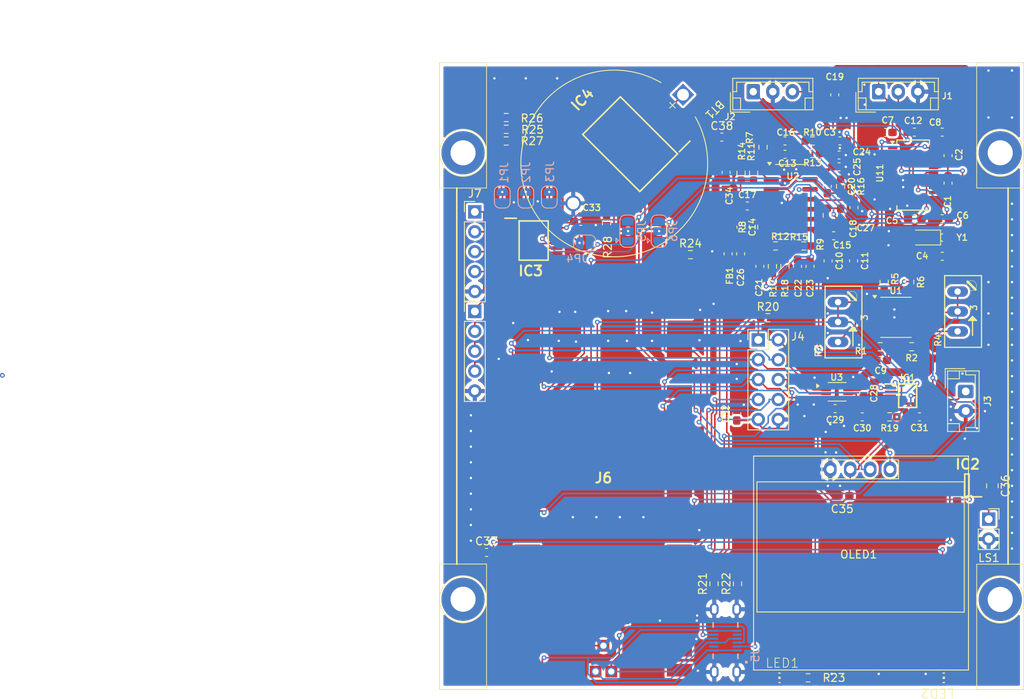
<source format=kicad_pcb>
(kicad_pcb (version 20240108) (generator "pcbnew") (generator_version "8.0")
  (title_block (title "PCSK225 PICO2 SDR receiver") (date "2025-02-01") (company "KJK Innovations"))
  (layers (0 "F.Cu" signal) (31 "B.Cu" signal) (34 "B.Paste" user) (35 "F.Paste" user) (36 "B.SilkS" user "B.Silkscreen") (37 "F.SilkS" user "F.Silkscreen") (38 "B.Mask" user) (39 "F.Mask" user) (44 "Edge.Cuts" user))
  (net 0 "")
  (net 1 "GND")
  (net 2 "VDD")
  (net 3 "RST")
  (net 4 "SPI-MOSI")
  (net 5 "SPI-SCK")
  (net 6 "+3V3")
  (net 7 "/RF_frontend/OUT-B")
  (net 8 "Net-(IC2-Y)")
  (net 9 "Net-(C36-Pad2)")
  (net 10 "VREF")
  (net 11 "/RF_frontend/OUT-A")
  (net 12 "SCL0")
  (net 13 "SPI-RST")
  (net 14 "SDA0")
  (net 15 "/L5")
  (net 16 "/L6")
  (net 17 "/L7")
  (net 18 "ROUT")
  (net 19 "Net-(J1-Pin_2)")
  (net 20 "Net-(U1A-+)")
  (net 21 "Net-(C10-Pad2)")
  (net 22 "RF-SIG")
  (net 23 "Net-(C11-Pad2)")
  (net 24 "Net-(C13-Pad2)")
  (net 25 "Net-(C13-Pad1)")
  (net 26 "Net-(C14-Pad1)")
  (net 27 "Net-(C14-Pad2)")
  (net 28 "Net-(C15-Pad1)")
  (net 29 "RF-FILT")
  (net 30 "Net-(U2A--)")
  (net 31 "Net-(U2B--)")
  (net 32 "Net-(U2C--)")
  (net 33 "Net-(U2D--)")
  (net 34 "Net-(U2A-+)")
  (net 35 "Net-(U2D-+)")
  (net 36 "3V3")
  (net 37 "Net-(U3-AINP)")
  (net 38 "Net-(IC1-D)")
  (net 39 "Net-(IC1-S4)")
  (net 40 "Net-(U1A--)")
  (net 41 "Net-(U1B--)")
  (net 42 "Net-(U11-DBYP)")
  (net 43 "Net-(U11-LOUT)")
  (net 44 "Net-(J2-Pin_3)")
  (net 45 "Net-(U11-GPO3)")
  (net 46 "Net-(U11-ROUT)")
  (net 47 "Net-(U11-AMI)")
  (net 54 "/L4")
  (net 55 "MA0")
  (net 56 "MA1")
  (net 57 "BUZZ")
  (net 59 "SPI-MISO")
  (net 60 "Net-(IC3-A1)")
  (net 61 "SPI-BL")
  (net 62 "SPI-CS")
  (net 63 "/L0")
  (net 64 "/L1")
  (net 65 "SPI-CS2")
  (net 66 "/L3")
  (net 67 "Net-(IC3-~{WC})")
  (net 68 "Net-(IC3-A0)")
  (net 69 "SPI-DC")
  (net 70 "Net-(IC3-A2)")
  (net 71 "/L2")
  (net 72 "VSUB")
  (net 73 "/D_N")
  (net 74 "Net-(J5-CC2)")
  (net 75 "Net-(J5-CC1)")
  (net 76 "/D_P")
  (net 80 "Net-(U11-RCLK)")
  (net 81 "RX2")
  (net 82 "TX2")
  (net 84 "1KHZ")
  (net 86 "TX1")
  (net 88 "SCL1")
  (net 89 "SDA1")
  (net 90 "1PPS")
  (net 92 "Net-(J6-GP15)")
  (net 94 "VCC")
  (net 95 "RX1")
  (net 97 "Net-(LED1-PadA)")
  (net 98 "Net-(LED2-PadA)")
  (net 99 "Net-(BT1-+)")
  (net 100 "/RTC/32kHz")
  (net 102 "/RTC/INT{slash}")
  (net 106 "/RTC/RST")
  (net 109 "/RTC/SCL")
  (net 111 "/RTC/SDA")
  (footprint "Resistor_SMD:R_0603_1608Metric_Pad0.98x0.95mm_HandSolder" (layer "F.Cu") (at 221.5 153.5 180)
    (property "Reference" "R23")
    (property "Value" "910R")
  )
  (footprint "Resistor_SMD:R_0603_1608Metric_Pad0.98x0.95mm_HandSolder" (layer "F.Cu") (at 234.7 111.25 180)
    (property "Reference" "R2")
    (property "Value" "470k")
  )
  (footprint "Resistor_SMD:R_0603_1608Metric_Pad0.98x0.95mm_HandSolder" (layer "F.Cu") (at 212.5 141.5 90)
    (property "Reference" "R22")
    (property "Value" "5k1")
  )
  (footprint "Capacitor_SMD:C_0603_1608Metric_Pad1.08x0.95mm_HandSolder" (layer "F.Cu") (at 235.05 83.865 180)
    (property "Reference" "C12")
    (property "Value" "1uF")
  )
  (footprint "Resistor_SMD:R_0603_1608Metric_Pad0.98x0.95mm_HandSolder" (layer "F.Cu") (at 230.7 111.25 180)
    (property "Reference" "R1")
    (property "Value" "470k")
  )
  (footprint "Resistor_SMD:R_0603_1608Metric_Pad0.98x0.95mm_HandSolder" (layer "F.Cu") (at 217.35 98.39)
    (property "Reference" "R12")
    (property "Value" "1k1")
  )
  (footprint "jkk_mcu:PICO" (layer "F.Cu") (at 195.4 128.4 180)
    (property "Reference" "J6")
    (property "Value" "PICO" (hide yes))
  )
  (footprint "Capacitor_SMD:C_0603_1608Metric_Pad1.08x0.95mm_HandSolder" (layer "F.Cu") (at 215.35 100.99 90)
    (property "Reference" "C21")
    (property "Value" "1nF")
  )
  (footprint "Connector_PinHeader_2.54mm:PinHeader_2x05_P2.54mm_Vertical" (layer "F.Cu") (at 215.15 110.37)
    (property "Reference" "J4")
    (property "Value" "Conn_02x05_Odd_Even")
  )
  (footprint "Capacitor_SMD:C_0603_1608Metric_Pad1.08x0.95mm_HandSolder" (layer "F.Cu") (at 238.6 94.915 180)
    (property "Reference" "C6")
    (property "Value" "22pF")
  )
  (footprint "Capacitor_SMD:C_0603_1608Metric_Pad1.08x0.95mm_HandSolder" (layer "F.Cu") (at 192.5 95.25)
    (property "Reference" "C33")
    (property "Value" "100nF")
  )
  (footprint "Resistor_SMD:R_0603_1608Metric_Pad0.98x0.95mm_HandSolder" (layer "F.Cu") (at 183 82)
    (property "Reference" "R26")
    (property "Value" "10k")
  )
  (footprint "Resistor_SMD:R_0603_1608Metric_Pad0.98x0.95mm_HandSolder" (layer "F.Cu") (at 220.95 98.39 180)
    (property "Reference" "R15")
    (property "Value" "120R")
  )
  (footprint "Resistor_SMD:R_0603_1608Metric_Pad0.98x0.95mm_HandSolder" (layer "F.Cu") (at 195.8 95.45 90)
    (property "Reference" "R28")
    (property "Value" "10k")
  )
  (footprint "Capacitor_SMD:C_0603_1608Metric_Pad1.08x0.95mm_HandSolder" (layer "F.Cu") (at 230.7 113 180)
    (property "Reference" "C9")
    (property "Value" "1uF")
  )
  (footprint "Package_SO:SOIC-8_3.9x4.9mm_P1.27mm" (layer "F.Cu") (at 232.7 107.5)
    (property "Reference" "U1")
    (property "Value" "TLV9062xD")
  )
  (footprint "Resistor_SMD:R_0603_1608Metric_Pad0.98x0.95mm_HandSolder" (layer "F.Cu") (at 214.55 89.09 -90)
    (property "Reference" "R11")
    (property "Value" "470R")
  )
  (footprint "Capacitor_SMD:C_0603_1608Metric_Pad1.08x0.95mm_HandSolder" (layer "F.Cu") (at 218.55 86.69)
    (property "Reference" "C13")
    (property "Value" "1nF")
  )
  (footprint "Capacitor_SMD:C_0603_1608Metric_Pad1.08x0.95mm_HandSolder" (layer "F.Cu") (at 211.05 88.99 90)
    (property "Reference" "C34")
    (property "Value" "100nF")
  )
  (footprint "odb225:RJ9W" (layer "F.Cu") (at 241.2 106.75 90)
    (property "Reference" "R4")
    (property "Value" "200k")
  )
  (footprint "Resistor_SMD:R_0603_1608Metric_Pad0.98x0.95mm_HandSolder" (layer "F.Cu") (at 216.375 107.545 180)
    (property "Reference" "R20")
    (property "Value" "10k")
  )
  (footprint "odb225:CHIP-LED0805" (layer "F.Cu") (at 218 153.5 90)
    (property "Reference" "LED1")
    (property "Value" "LEDCHIPLED_0805")
  )
  (footprint "Capacitor_SMD:C_0603_1608Metric_Pad1.08x0.95mm_HandSolder" (layer "F.Cu") (at 239.35 86.865 90)
    (property "Reference" "C2")
    (property "Value" "22nF")
  )
  (footprint "Capacitor_SMD:C_0603_1608Metric_Pad1.08x0.95mm_HandSolder" (layer "F.Cu") (at 235.7 120.2)
    (property "Reference" "C31")
    (property "Value" "100nF")
  )
  (footprint "Capacitor_SMD:C_0603_1608Metric_Pad1.08x0.95mm_HandSolder" (layer "F.Cu") (at 211.3 99.4 -90)
    (property "Reference" "FB1")
    (property "Value" "600R")
  )
  (footprint "Resistor_SMD:R_0603_1608Metric_Pad0.98x0.95mm_HandSolder" (layer "F.Cu") (at 216.95 100.99 90)
    (property "Reference" "R17")
    (property "Value" "10k")
  )
  (footprint "Capacitor_SMD:C_0603_1608Metric_Pad1.08x0.95mm_HandSolder" (layer "F.Cu") (at 218.55 84.99 180)
    (property "Reference" "C16")
    (property "Value" "1nF")
  )
  (footprint "Resistor_SMD:R_0603_1608Metric_Pad0.98x0.95mm_HandSolder" (layer "F.Cu") (at 231.9 120.2 180)
    (property "Reference" "R19")
    (property "Value" "33R")
  )
  (footprint "Capacitor_SMD:C_0603_1608Metric_Pad1.08x0.95mm_HandSolder" (layer "F.Cu") (at 212.95 95.99 -90)
    (property "Reference" "C14")
    (property "Value" "1nF")
  )
  (footprint "Capacitor_SMD:C_0805_2012Metric_Pad1.18x1.45mm_HandSolder" (layer "F.Cu") (at 245 129 -90)
    (property "Reference" "C36")
    (property "Value" "10uF/6V")
  )
  (footprint "Resistor_SMD:R_0603_1608Metric_Pad0.98x0.95mm_HandSolder" (layer "F.Cu") (at 212.95 89.09 -90)
    (property "Reference" "R14")
    (property "Value" "68R")
  )
  (footprint "Resistor_SMD:R_0603_1608Metric_Pad0.98x0.95mm_HandSolder" (layer "F.Cu") (at 225.65 90.79 -90)
    (property "Reference" "R16")
    (property "Value" "5k1")
  )
  (footprint "Samacsys:PMB-1" (layer "F.Cu") (at 246 86.5 90)
    (property "Reference" "PMB2" (hide yes))
    (property "Value" "~")
  )
  (footprint "odb225:RJ9W" (layer "F.Cu") (at 225.95 108.1 90)
    (property "Reference" "R3")
    (property "Value" "200k")
  )
  (footprint "Capacitor_SMD:C_0603_1608Metric_Pad1.08x0.95mm_HandSolder" (layer "F.Cu") (at 225.45 86.79 180)
    (property "Reference" "C24")
    (property "Value" "10uF")
  )
  (footprint "Capacitor_SMD:C_0603_1608Metric_Pad1.08x0.95mm_HandSolder" (layer "F.Cu") (at 225.65 94.49 90)
    (property "Reference" "C18")
    (property "Value" "1nF")
  )
  (footprint "Capacitor_SMD:C_0603_1608Metric_Pad1.08x0.95mm_HandSolder" (layer "F.Cu") (at 225.45 88.29 180)
    (property "Reference" "C25")
    (property "Value" "100nF")
  )
  (footprint "Samacsys:PMB-1" (layer "F.Cu") (at 246.0028 143.499 -90)
    (property "Reference" "PMB4" (hide yes))
    (property "Value" "~")
  )
  (footprint "Package_SO:SOIC-14_3.9x8.7mm_P1.27mm" (layer "F.Cu") (at 219.275 92.43)
    (property "Reference" "U2")
    (property "Value" "TLV9064")
  )
  (footprint "jkk_display:128x64OLED" (layer "F.Cu") (at 227.95 137.5)
    (property "Reference" "OLED1")
    (property "Value" "SSD1306")
  )
  (footprint "Samacsys:PMB-1" (layer "F.Cu") (at 177.499 143.4736 -90)
    (property "Reference" "PMB3" (hide yes))
    (property "Value" "~")
  )
  (footprint "Resistor_SMD:R_0603_1608Metric_Pad0.98x0.95mm_HandSolder" (layer "F.Cu") (at 214.55 95.99 90)
    (property "Reference" "R8")
    (property "Value" "5k1")
  )
  (footprint "odb225:SOT95P275X110-5N" (layer "F.Cu") (at 241.75 128.95 180)
    (property "Reference" "IC2")
    (property "Value" "74LVC1G34GV,125" (hide yes))
  )
  (footprint "Samacsys:SOP65P640X110-16N" (layer "F.Cu") (at 186.5 97.7)
    (property "Reference" "IC3")
    (property "Value" "PCA9500PW,118" (hide yes))
  )
  (footprint "Capacitor_SMD:C_0603_1608Metric_Pad1.08x0.95mm_HandSolder" (layer "F.Cu") (at 221.75 100.99 90)
    (property "Reference" "C23")
    (property "Value" "100nF")
  )
  (footprint "Capacitor_SMD:C_0603_1608Metric_Pad1.08x0.95mm_HandSolder" (layer "F.Cu") (at 225.55 84.99 180)
    (property "Reference" "C3")
    (property "Value" "1uF")
  )
  (footprint "Capacitor_SMD:C_0603_1608Metric_Pad1.08x0.95mm_HandSolder" (layer "F.Cu") (at 227.3 100.29 -90)
    (property "Reference" "C11")
    (property "Value" "1uF")
  )
  (footprint "Capacitor_SMD:C_0603_1608Metric_Pad1.08x0.95mm_HandSolder" (layer "F.Cu") (at 224.95 119.15 180)
    (property "Reference" "C29")
    (property "Value" "10uF")
  )
  (footprint "Capacitor_SMD:C_0603_1608Metric_Pad1.08x0.95mm_HandSolder" (layer "F.Cu") (at 231.4 83.9)
    (property "Reference" "C7")
    (property "Value" "100nF")
  )
  (footprint "Resistor_SMD:R_0603_1608Metric_Pad0.98x0.95mm_HandSolder" (layer "F.Cu") (at 231.2 103 -90)
    (property "Reference" "R5")
    (property "Value" "18k")
  )
  (footprint "Capacitor_SMD:C_0603_1608Metric_Pad1.08x0.95mm_HandSolder" (layer "F.Cu") (at 238.6 83.865)
    (property "Reference" "C8")
    (property "Value" "1uF")
  )
  (footprint "Resistor_SMD:R_0603_1608Metric_Pad0.98x0.95mm_HandSolder" (layer "F.Cu") (at 222.05 86.59 180)
    (property "Reference" "R13")
    (property "Value" "330R")
  )
  (footprint "Resistor_SMD:R_0603_1608Metric_Pad0.98x0.95mm_HandSolder" (layer "F.Cu") (at 234.45 103 -90)
    (property "Reference" "R6")
    (property "Value" "18k")
  )
  (footprint "Connector_JST:JST_EH_B3B-EH-A_1x03_P2.50mm_Vertical" (layer "F.Cu") (at 230.5 78.7)
    (property "Reference" "J1")
    (property "Value" "ANT1")
  )
  (footprint "Capacitor_SMD:C_0603_1608Metric_Pad1.08x0.95mm_HandSolder" (layer "F.Cu") (at 180.5 137.5)
    (property "Reference" "C37")
    (property "Value" "100nF")
  )
  (footprint "Samacsys:SOIC127P1032X265-16N" (layer "F.Cu") (at 198.8 85.4 -135)
    (property "Reference" "IC4")
    (property "Value" "DS3231SN#" (hide yes))
  )
  (footprint "Package_SO:SSOP-24_3.9x8.7mm_P0.635mm" (layer "F.Cu") (at 234.9 89.3425)
    (property "Reference" "U11")
    (property "Value" "Si4537-D60")
  )
  (footprint "Resistor_SMD:R_0603_1608Metric_Pad0.98x0.95mm_HandSolder" (layer "F.Cu") (at 183 85)
    (property "Reference" "R27")
    (property "Value" "10k")
  )
  (footprint "Capacitor_SMD:C_0603_1608Metric_Pad1.08x0.95mm_HandSolder" (layer "F.Cu") (at 228.6 117.1 90)
    (property "Reference" "C28")
    (property "Value" "10uF")
  )
  (footprint "Resistor_SMD:R_0603_1608Metric_Pad0.98x0.95mm_HandSolder" (layer "F.Cu") (at 206.5 99.5)
    (property "Reference" "R24")
    (property "Value" "910R")
  )
  (footprint "Connector_PinHeader_2.54mm:PinHeader_1x05_P2.54mm_Vertical" (layer "F.Cu") (at 179 94.04)
    (property "Reference" "J7")
    (property "Value" "Conn_01x05")
  )
  (footprint "Resistor_SMD:R_0603_1608Metric_Pad0.98x0.95mm_HandSolder" (layer "F.Cu") (at 218.55 100.99 -90)
    (property "Reference" "R18")
    (property "Value" "10k")
  )
  (footprint "Capacitor_SMD:C_0603_1608Metric_Pad1.08x0.95mm_HandSolder" (layer "F.Cu") (at 210.5 84.5)
    (property "Reference" "C38")
    (property "Value" "100nF")
  )
  (footprint "Connector_PinHeader_2.54mm:PinHeader_1x05_P2.54mm_Vertical" (layer "F.Cu") (at 179 106.74)
    (property "Reference" "Connector_PinHeader_2.54mm:PinHeader_1x05_P2.54mm_Vertical1" (hide yes))
    (property "Value" "Conn_01x05")
  )
  (footprint "Battery:BatteryHolder_MYOUNG_BS-07-A1BJ001_CR2032" (layer "F.Cu") (at 205.5507 79.0907 -135)
    (property "Reference" "BT1")
    (property "Value" "Battery_Cell")
  )
  (footprint "Capacitor_SMD:C_0603_1608Metric_Pad1.08x0.95mm_HandSolder" (layer "F.Cu") (at 235.1 94.915 180)
    (property "Reference" "C5")
    (property "Value" "1uF")
  )
  (footprint "Resistor_SMD:R_0603_1608Metric_Pad0.98x0.95mm_HandSolder" (layer "F.Cu") (at 215.75 85.79 90)
    (property "Reference" "R7")
    (property "Value" "3k")
  )
  (footprint "Resistor_SMD:R_0603_1608Metric_Pad0.98x0.95mm_HandSolder" (layer "F.Cu") (at 183 83.5)
    (property "Reference" "R25")
    (property "Value" "10k")
  )
  (footprint "Capacitor_SMD:C_0603_1608Metric_Pad1.08x0.95mm_HandSolder" (layer "F.Cu") (at 223.95 90.79 -90)
    (property "Reference" "C20")
    (property "Value" "100nF")
  )
  (footprint "Capacitor_SMD:C_0603_1608Metric_Pad1.08x0.95mm_HandSolder" (layer "F.Cu") (at 212.9 99.4 -90)
    (property "Reference" "C26")
    (property "Value" "10uF")
  )
  (footprint "Package_SO:VSSOP-8_2.3x2mm_P0.5mm" (layer "F.Cu") (at 225.2 117)
    (property "Reference" "U3")
    (property "Value" "ADS7049")
  )
  (footprint "Connector_JST:JST_EH_B2B-EH-A_1x02_P2.50mm_Vertical" (layer "F.Cu") (at 241.6 116.95 -90)
    (property "Reference" "J3")
    (property "Value" "TEST2")
  )
  (footprint "Capacitor_SMD:C_0603_1608Metric_Pad1.08x0.95mm_HandSolder" (layer "F.Cu") (at 239.35 90.365 -90)
    (property "Reference" "C1")
    (property "Value" "100nF")
  )
  (footprint "Resistor_SMD:R_0603_1608Metric_Pad0.98x0.95mm_HandSolder" (layer "F.Cu") (at 209.5 141.5 90)
    (property "Reference" "R21")
    (property "Value" "5k1")
  )
  (footprint "Capacitor_SMD:C_0603_1608Metric_Pad1.08x0.95mm_HandSolder" (layer "F.Cu") (at 238.6 99.715 180)
    (property "Reference" "C4")
    (property "Value" "22pF")
  )
  (footprint "odb225:CHIP-LED0805" (layer "F.Cu") (at 238.95 153.5 90)
    (property "Reference" "LED2")
    (property "Value" "LEDCHIPLED_0805")
  )
  (footprint "Capacitor_SMD:C_0603_1608Metric_Pad1.08x0.95mm_HandSolder" (layer "F.Cu") (at 225.9 130.25)
    (property "Reference" "C35")
    (property "Value" "100nF")
  )
  (footprint "Capacitor_SMD:C_0603_1608Metric_Pad1.08x0.95mm_HandSolder" (layer "F.Cu") (at 227.35 93.49 90)
    (property "Reference" "C27")
    (property "Value" "100nF")
  )
  (footprint "Capacitor_SMD:C_0603_1608Metric_Pad1.08x0.95mm_HandSolder" (layer "F.Cu") (at 224.9 79.1 90)
    (property "Reference" "C19")
    (property "Value" "100nF")
  )
  (footprint "Capacitor_SMD:C_0603_1608Metric_Pad1.08x0.95mm_HandSolder" (layer "F.Cu") (at 213.75 93.29)
    (property "Reference" "C17")
    (property "Value" "1nF")
  )
  (footprint "Resistor_SMD:R_0603_1608Metric_Pad0.98x0.95mm_HandSolder" (layer "F.Cu") (at 222.05 84.99 180)
    (property "Reference" "R10")
    (property "Value" "220R")
  )
  (footprint "Capacitor_SMD:C_0603_1608Metric_Pad1.08x0.95mm_HandSolder" (layer "F.Cu") (at 224.75 97.09 180)
    (property "Reference" "C15")
    (property "Value" "1nF")
  )
  (footprint "Connector_PinSocket_2.54mm:PinSocket_1x02_P2.54mm_Vertical" (layer "F.Cu") (at 244.525 133.25)
    (property "Reference" "LS1")
    (property "Value" "Speaker")
  )
  (footprint "Samacsys:SOP50P490X110-10N" (layer "F.Cu") (at 234.2 117.5)
    (property "Reference" "IC1")
    (property "Value" "TMUX1204DGSR" (hide yes))
  )
  (footprint "Resistor_SMD:R_0603_1608Metric_Pad0.98x0.95mm_HandSolder" (layer "F.Cu") (at 223.95 94.49 90)
    (property "Reference" "R9")
    (property "Value" "7k5")
  )
  (footprint "Capacitor_SMD:C_0603_1608Metric_Pad1.08x0.95mm_HandSolder" (layer "F.Cu") (at 224.05 100.29 -90)
    (property "Reference" "C10")
    (property "Value" "1uF")
  )
  (footprint "Capacitor_SMD:C_0603_1608Metric_Pad1.08x0.95mm_HandSolder" (layer "F.Cu") (at 228.4 120.2 180)
    (property "Reference" "C30")
    (property "Value" "1nF")
  )
  (footprint "Capacitor_SMD:C_0603_1608Metric_Pad1.08x0.95mm_HandSolder" (layer "F.Cu") (at 212.4 119.8 90)
    (property "Reference" "C32")
    (property "Value" "100nF")
  )
  (footprint "Crystal:Crystal_SMD_MicroCrystal_MS3V-T1R" (layer "F.Cu") (at 236.275 97.315 -90)
    (property "Reference" "Y1")
    (property "Value" "CMR309T")
  )
  (footprint "Samacsys:PMB-1" (layer "F.Cu") (at 177.5 86.5 90)
    (property "Reference" "PMB1" (hide yes))
    (property "Value" "~")
  )
  (footprint "Capacitor_SMD:C_0603_1608Metric_Pad1.08x0.95mm_HandSolder" (layer "F.Cu") (at 220.15 100.99 90)
    (property "Reference" "C22")
    (property "Value" "10uF")
  )
  (footprint "Connector_JST:JST_EH_B3B-EH-A_1x03_P2.50mm_Vertical" (layer "F.Cu") (at 214.5 78.7)
    (property "Reference" "J2")
    (property "Value" "TEST1")
  )
  (footprint "Samacsys:GCT_USB4145-03-0170-C_REVA2" (layer "B.Cu") (at 210.965 148.75 90)
    (property "Reference" "J5")
    (property "Value" "USB4145-03-0170-C_REVA2")
    (fp_line (start 3.85 -0.355) (end 4.15 -0.355) (stroke (width 0.01)) (layer "Edge.Cuts"))
    (fp_line (start 4.15 0.355) (end 3.85 0.355) (stroke (width 0.01)) (layer "Edge.Cuts"))
    (fp_arc (start 4.15 -0.355) (mid 4.401023 -0.251023) (end 4.505 0) (stroke (width 0.01)) (layer "Edge.Cuts"))
    (fp_arc (start 4.505 0) (mid 4.401023 0.251023) (end 4.15 0.355) (stroke (width 0.01)) (layer "Edge.Cuts"))
    (fp_arc (start 3.495 0) (mid 3.598977 -0.251023) (end 3.85 -0.355) (stroke (width 0.01)) (layer "Edge.Cuts"))
    (fp_arc (start 3.85 0.355) (mid 3.598977 0.251023) (end 3.495 0) (stroke (width 0.01)) (layer "Edge.Cuts"))
  )
  (footprint "Jumper:SolderJumper-2_P1.3mm_Open_RoundedPad1.0x1.5mm" (layer "B.Cu") (at 188.5 92.15 -90)
    (property "Reference" "JP3")
    (property "Value" "SolderJumper_2_Open")
  )
  (footprint "Jumper:SolderJumper-3_P1.3mm_Open_RoundedPad1.0x1.5mm" (layer "B.Cu") (at 202.5 96.5 90)
    (property "Reference" "JP6")
    (property "Value" "SolderJumper_3_Open")
  )
  (footprint "Jumper:SolderJumper-2_P1.3mm_Open_RoundedPad1.0x1.5mm" (layer "B.Cu") (at 185.5 92.15 -90)
    (property "Reference" "JP2")
    (property "Value" "SolderJumper_2_Open")
  )
  (footprint "Jumper:SolderJumper-2_P1.3mm_Open_RoundedPad1.0x1.5mm" (layer "B.Cu") (at 182.5 92.15 -90)
    (property "Reference" "JP1")
    (property "Value" "SolderJumper_2_Open")
  )
  (footprint "Jumper:SolderJumper-3_P1.3mm_Open_RoundedPad1.0x1.5mm" (layer "B.Cu") (at 198.5 96.5 90)
    (property "Reference" "JP5")
    (property "Value" "SolderJumper_3_Open")
  )
  (footprint "Jumper:SolderJumper-2_P1.3mm_Open_RoundedPad1.0x1.5mm" (layer "B.Cu") (at 193 98)
    (property "Reference" "JP4")
    (property "Value" "SolderJumper_2_Open")
  )
  (gr_line (start 176.7 91) (end 176.699999 139) (stroke (width 0.2)) (layer "F.SilkS"))
  (gr_line (start 247.000001 91) (end 247 139) (stroke (width 0.2)) (layer "F.SilkS"))
  (gr_poly (pts (xy 174.5 155) (xy 174.5 75.000001) (xy 249 75) (xy 249 155)) (stroke (width 0.05)) (fill none) (layer "Edge.Cuts"))
  (via (at 118.75 114.9) (size 0.6) (drill 0.3) (layers "F.Cu" "B.Cu") (net 0))
  (segment (start 232 117.5) (end 230.75 117.5) (width 0.2) (layer "F.Cu") (net 1))
  (segment (start 180.1517 104.2) (end 180.1517 102.3461) (width 0.2) (layer "F.Cu") (net 1))
  (segment (start 230.75 117.5) (end 230.287499 117.962501) (width 0.2) (layer "F.Cu") (net 1))
  (segment (start 192.3983 147.45) (end 194.3483 149.4) (width 0.2) (layer "F.Cu") (net 1))
  (segment (start 230.225 109.405) (end 229.7875 109.8425) (width 0.2) (layer "F.Cu") (net 1))
  (segment (start 232.3 90.93) (end 233.2017 90.93) (width 0.2) (layer "F.Cu") (net 1))
  (segment (start 233.2017 91.565) (end 233.2017 90.93) (width 0.2) (layer "F.Cu") (net 1))
  (segment (start 195.4 149.4) (end 194.3483 149.4) (width 0.2) (layer "F.Cu") (net 1))
  (segment (start 179.5759 104.2) (end 180.1517 104.2) (width 0.2) (layer "F.Cu") (net 1))
  (segment (start 183.562 99.975) (end 182.5228 99.975) (width 0.2) (layer "F.Cu") (net 1))
  (segment (start 229.7875 109.8425) (end 229.7875 111.25) (width 0.2) (layer "F.Cu") (net 1))
  (segment (start 233.2017 92.2) (end 233.2017 91.8031) (width 0.2) (layer "F.Cu") (net 1))
  (segment (start 232.3 92.2) (end 233.2017 92.2) (width 0.2) (layer "F.Cu") (net 1))
  (segment (start 232.9636 91.565) (end 232.3 91.565) (width 0.2) (layer "F.Cu") (net 1))
  (segment (start 232.9636 91.565) (end 233.2017 91.565) (width 0.2) (layer "F.Cu") (net 1))
  (segment (start 233.2017 91.8031) (end 232.9636 91.565) (width 0.2) (layer "F.Cu") (net 1))
  (segment (start 185.71 147.45) (end 192.3983 147.45) (width 0.2) (layer "F.Cu") (net 1))
  (segment (start 180.1517 102.3461) (end 182.5228 99.975) (width 0.2) (layer "F.Cu") (net 1))
  (segment (start 230.287499 117.962501) (end 228.6 117.962501) (width 0.2) (layer "F.Cu") (net 1))
  (via (at 207.3 146.2) (size 0.6) (drill 0.3) (layers "F.Cu" "B.Cu") (net 1))
  (via (at 233.6 90) (size 0.6) (drill 0.3) (layers "F.Cu" "B.Cu") (net 1))
  (via (at 196 110.5) (size 0.6) (drill 0.3) (layers "F.Cu" "B.Cu") (net 1))
  (via (at 247.5 99) (size 0.6) (drill 0.3) (layers "F.Cu" "B.Cu") (net 1))
  (via (at 188.8 114.4) (size 0.6) (drill 0.3) (layers "F.Cu" "B.Cu") (net 1))
  (via (at 247.5 76) (size 0.6) (drill 0.3) (layers "F.Cu" "B.Cu") (net 1))
  (via (at 178.5 132) (size 0.6) (drill 0.3) (layers "F.Cu" "B.Cu") (net 1))
  (via (at 247.5 135) (size 0.6) (drill 0.3) (layers "F.Cu" "B.Cu") (net 1))
  (via (at 178.5 126) (size 0.6) (drill 0.3) (layers "F.Cu" "B.Cu") (net 1))
  (via (at 178.5 134) (size 0.6) (drill 0.3) (layers "F.Cu" "B.Cu") (net 1))
  (via (at 185.5 77) (size 0.6) (drill 0.3) (layers "F.Cu" "B.Cu") (net 1))
  (via (at 194.5 133) (size 0.6) (drill 0.3) (layers "F.Cu" "B.Cu") (net 1))
  (via (at 178.5 130) (size 0.6) (drill 0.3) (layers "F.Cu" "B.Cu") (net 1))
  (via (at 196 106.7) (size 0.6) (drill 0.3) (layers "F.Cu" "B.Cu") (net 1))
  (via (at 225.55 85.9) (size 0.6) (drill 0.3) (layers "F.Cu" "B.Cu") (net 1))
  (via (at 227.25 115.1) (size 0.6) (drill 0.3) (layers "F.Cu" "B.Cu") (net 1))
  (via (at 224.025 129) (size 0.6) (drill 0.3) (layers "F.Cu" "B.Cu") (net 1))
  (via (at 244.5 103) (size 0.6) (drill 0.3) (layers "F.Cu" "B.Cu") (net 1))
  (via (at 247.5 125) (size 0.6) (drill 0.3) (layers "F.Cu" "B.Cu") (net 1))
  (via (at 225.5 83.85) (size 0.6) (drill 0.3) (layers "F.Cu" "B.Cu") (net 1))
  (via (at 191.5 133) (size 0.6) (drill 0.3) (layers "F.Cu" "B.Cu") (net 1))
  (via (at 239.7 120.6) (size 0.6) (drill 0.3) (layers "F.Cu" "B.Cu") (net 1))
  (via (at 207.25 148.55) (size 0.6) (drill 0.3) (layers "F.Cu" "B.Cu") (net 1))
  (via (at 196.1 114.6) (size 0.6) (drill 0.3) (layers "F.Cu" "B.Cu") (net 1))
  (via (at 239.7 118.9) (size 0.6) (drill 0.3) (layers "F.Cu" "B.Cu") (net 1))
  (via (at 212.4 113.45) (size 0.6) (drill 0.3) (layers "F.Cu" "B.Cu") (net 1))
  (via (at 218.15 92.9) (size 0.6) (drill 0.3) (layers "F.Cu" "B.Cu") (net 1))
  (via (at 223.725 124.725) (size 0.6) (drill 0.3) (layers "F.Cu" "B.Cu") (net 1))
  (via (at 209.275 99.075) (size 0.6) (drill 0.3) (layers "F.Cu" "B.Cu") (net 1))
  (via (at 198.3 106.7) (size 0.6) (drill 0.3) (layers "F.Cu" "B.Cu") (net 1))
  (via (at 224 109.5) (size 0.6) (drill 0.3) (layers "F.Cu" "B.Cu") (net 1))
  (via (at 224 107) (size 0.6) (drill 0.3) (layers "F.Cu" "B.Cu") (net 1))
  (via (at 226.4 82.05) (size 0.6) (drill 0.3) (layers "F.Cu" "B.Cu") (net 1))
  (via (at 207.35 145.55) (size 0.6) (drill 0.3) (layers "F.Cu" "B.Cu") (net 1))
  (via (at 247.5 129) (size 0.6) (drill 0.3) (layers "F.Cu" "B.Cu") (net 1))
  (via (at 247.5 113) (size 0.6) (drill 0.3) (layers "F.Cu" "B.Cu") (net 1))
  (via (at 226.075 121.35) (size 0.6) (drill 0.3) (layers "F.Cu" "B.Cu") (net 1))
  (via (at 198.8 114.6) (size 0.6) (drill 0.3) (layers "F.Cu" "B.Cu") (net 1))
  (via (at 229.975 86.7) (size 0.6) (drill 0.3) (layers "F.Cu" "B.Cu") (net 1))
  (via (at 247.5 95) (size 0.6) (drill 0.3) (layers "F.Cu" "B.Cu") (net 1))
  (via (at 247.5 101) (size 0.6) (drill 0.3) (layers "F.Cu" "B.Cu") (net 1))
  (via (at 228.4 93.95) (size 0.6) (drill 0.3) (layers "F.Cu" "B.Cu") (net 1))
  (via (at 226.7 89.25) (size 0.6) (drill 0.3) (layers "F.Cu" "B.Cu") (net 1))
  (via (at 241.175 114.675) (size 0.6) (drill 0.3) (layers "F.Cu" "B.Cu") (net 1))
  (via (at 231.8 96.5) (size 0.6) (drill 0.3) (layers "F.Cu" "B.Cu") (net 1))
  (via (at 207.65 110.425) (size 0.6) (drill 0.3) (layers "F.Cu" "B.Cu") (net 1))
  (via (at 228.725 80.35) (size 0.6) (drill 0.3) (layers "F.Cu" "B.Cu") (net 1))
  (via (at 247.5 111) (size 0.6) (drill 0.3) (layers "F.Cu" "B.Cu") (net 1))
  (via (at 189.5 77) (size 0.6) (drill 0.3) (layers "F.Cu" "B.Cu") (net 1))
  (via (at 212.875 110.525) (size 0.6) (drill 0.3) (layers "F.Cu" "B.Cu") (net 1))
  (via (at 218.55 90.4) (size 0.6) (drill 0.3) (layers "F.Cu" "B.Cu") (net 1))
  (via (at 212.4 115.35) (size 0.6) (drill 0.3) (layers "F.Cu" "B.Cu") (net 1))
  (via (at 183.9 108.225) (size 0.6) (drill 0.3) (layers "F.Cu" "B.Cu") (net 1))
  (via (at 182.05 112.8) (size 0.6) (drill 0.3) (layers "F.Cu" "B.Cu") (net 1))
  (via (at 200.5 133) (size 0.6) (drill 0.3) (layers "F.Cu" "B.Cu") (net 1))
  (via (at 228.5 86.675) (size 0.6) (drill 0.3) (layers "F.Cu" "B.Cu") (net 1))
  (via (at 201.6 106.9) (size 0.6) (drill 0.3) (layers "F.Cu" "B.Cu") (net 1))
  (via (at 201.6 110.5) (size 0.6) (drill 0.3) (layers "F.Cu" "B.Cu") (net 1))
  (via (at 183.975 92.825) (size 0.6) (drill 0.3) (layers "F.Cu" "B.Cu") (net 1))
  (via (at 224.33 121.139) (size 0.6) (drill 0.3) (layers "F.Cu" "B.Cu") (net 1))
  (via (at 219.975 88.6) (size 0.6) (drill 0.3) (layers "F.Cu" "B.Cu") (net 1))
  (via (at 232.5 106.5) (size 0.6) (drill 0.3) (layers "F.Cu" "B.Cu") (net 1))
  (via (at 224.5 153) (size 0.6) (drill 0.3) (layers "F.Cu" "B.Cu") (net 1))
  (via (at 218.45 88.65) (size 0.6) (drill 0.3) (layers "F.Cu" "B.Cu") (net 1))
  (via (at 191.8 106.8) (size 0.6) (drill 0.3) (layers "F.Cu" "B.Cu") (net 1))
  (via (at 178.5 128) (size 0.6) (drill 0.3) (layers "F.Cu" "B.Cu") (net 1))
  (via (at 226.312501 86.79) (size 0.6) (drill 0.3) (layers "F.Cu" "B.Cu") (net 1))
  (via (at 236.5 153) (size 0.6) (drill 0.3) (layers "F.Cu" "B.Cu") (net 1))
  (via (at 222.225 118.625) (size 0.6) (drill 0.3) (layers "F.Cu" "B.Cu") (net 1))
  (via (at 232.5 107.5) (size 0.6) (drill 0.3) (layers "F.Cu" "B.Cu") (net 1))
  (via (at 225.075 124.75) (size 0.6) (drill 0.3) (layers "F.Cu" "B.Cu") (net 1))
  (via (at 181.5 77) (size 0.6) (drill 0.3) (layers "F.Cu" "B.Cu") (net 1))
  (via (at 228 111) (size 0.6) (drill 0.3) (layers "F.Cu" "B.Cu") (net 1))
  (via (at 234.15 93.25) (size 0.6) (drill 0.3) (layers "F.Cu" "B.Cu") (net 1))
  (via (at 221.025 120.1) (size 0.6) (drill 0.3) (layers "F.Cu" "B.Cu") (net 1))
  (via (at 231.95 93.65) (size 0.6) (drill 0.3) (layers "F.Cu" "B.Cu") (net 1))
  (via (at 247.5 119) (size 0.6) (drill 0.3) (layers "F.Cu" "B.Cu") (net 1))
  (via (at 207.625 134.65) (size 0.6) (drill 0.3) (layers "F.Cu" "B.Cu") (net 1))
  (via (at 244.5 82) (size 0.6) (drill 0.3) (layers "F.Cu" "B.Cu") (net 1))
  (via (at 247.5 115) (size 0.6) (drill 0.3) (layers "F.Cu" "B.Cu") (net 1))
  (via (at 244.5 111) (size 0.6) (drill 0.3) (layers "F.Cu" "B.Cu") (net 1))
  (via (at 191.9 110.6) (size 0.6) (drill 0.3) (layers "F.Cu" "B.Cu") (net 1))
  (via (at 233.625 90.875) (size 0.6) (drill 0.3) (layers "F.Cu" "B.Cu") (net 1))
  (via (at 247.5 127) (size 0.6) (drill 0.3) (layers "F.Cu" "B.Cu") (net 1))
  (via (at 229.975 92.45) (size 0.6) (drill 0.3) (layers "F.Cu" "B.Cu") (net 1))
  (via (at 247.5 117) (size 0.6) (drill 0.3) (layers "F.Cu" "B.Cu") (net 1))
  (via (at 247.5 123) (size 0.6) (drill 0.3) (layers "F.Cu" "B.Cu") (net 1))
  (via (at 209.45 105.775) (size 0.6) (drill 0.3) (layers "F.Cu" "B.Cu") (net 1))
  (via (at 231.75 98.3) (size 0.6) (drill 0.3) (layers "F.Cu" "B.Cu") (net 1))
  (via (at 194.425 95.725) (size 0.6) (drill 0.3) (layers "F.Cu" "B.Cu") (net 1))
  (via (at 244.5 76) (size 0.6) (drill 0.3) (layers "F.Cu" "B.Cu") (net 1))
  (via (at 247.5 93) (size 0.6) (drill 0.3) (layers "F.Cu" "B.Cu") (net 1))
  (via (at 247.5 121) (size 0.6) (drill 0.3) (layers "F.Cu" "B.Cu") (net 1))
  (via (at 178.5 124) (size 0.6) (drill 0.3) (layers "F.Cu" "B.Cu") (net 1))
  (via (at 228.675 77.8) (size 0.6) (drill 0.3) (layers "F.Cu" "B.Cu") (net 1))
  (via (at 178.5 120) (size 0.6) (drill 0.3) (layers "F.Cu" "B.Cu") (net 1))
  (via (at 225.575 129) (size 0.6) (drill 0.3) (layers "F.Cu" "B.Cu") (net 1))
  (via (at 189.7 110.5) (size 0.6) (drill 0.3) (layers "F.Cu" "B.Cu") (net 1))
  (via (at 207.725 106.55) (size 0.6) (drill 0.3) (layers "F.Cu" "B.Cu") (net 1))
  (via (at 178.5 136) (size 0.6) (drill 0.3) (layers "F.Cu" "B.Cu") (net 1))
  (via (at 178.5 122) (size 0.6) (drill 0.3) (layers "F.Cu" "B.Cu") (net 1))
  (via (at 225.65 82.05) (size 0.6) (drill 0.3) (layers "F.Cu" "B.Cu") (net 1))
  (via (at 247.5 137) (size 0.6) (drill 0.3) (layers "F.Cu" "B.Cu") (net 1))
  (via (at 230.5 153) (size 0.6) (drill 0.3) (layers "F.Cu" "B.Cu") (net 1))
  (via (at 241.475 122.975) (size 0.6) (drill 0.3) (layers "F.Cu" "B.Cu") (net 1))
  (via (at 198.4 110.5) (size 0.6) (drill 0.3) (layers "F.Cu" "B.Cu") (net 1))
  (via (at 185.775 110.4) (size 0.6) (drill 0.3) (layers "F.Cu" "B.Cu") (net 1))
  (via (at 247.5 109) (size 0.6) (drill 0.3) (layers "F.Cu" "B.Cu") (net 1))
  (via (at 187.025 92.7) (size 0.6) (drill 0.3) (layers "F.Cu" "B.Cu") (net 1))
  (via (at 247.5 82) (size 0.6) (drill 0.3) (layers "F.Cu" "B.Cu") (net 1))
  (via (at 247.5 133) (size 0.6) (drill 0.3) (layers "F.Cu" "B.Cu") (net 1))
  (via (at 220.175 118.625) (size 0.6) (drill 0.3) (layers "F.Cu" "B.Cu") (net 1))
  (via (at 247.5 97) (size 0.6) (drill 0.3) (layers "F.Cu" "B.Cu") (net 1))
  (via (at 197.5 133) (size 0.6) (drill 0.3) (layers "F.Cu" "B.Cu") (net 1))
  (via (at 244.5 107) (size 0.6) (drill 0.3) (layers "F.Cu" "B.Cu") (net 1))
  (via (at 189.8 106.8) (size 0.6) (drill 0.3) (layers "F.Cu" "B.Cu") (net 1))
  (via (at 226.312501 88.29) (size 0.6) (drill 0.3) (layers "F.Cu" "B.Cu") (net 1))
  (via (at 224 102.5) (size 0.6) (drill 0.3) (layers "F.Cu" "B.Cu") (net 1))
  (via (at 229 104.5) (size 0.6) (drill 0.3) (layers "F.Cu" "B.Cu") (net 1))
  (via (at 247.5 107) (size 0.6) (drill 0.3) (layers "F.Cu" "B.Cu") (net 1))
  (via (at 223.75 122.125) (size 0.6) (drill 0.3) (layers "F.Cu" "B.Cu") (net 1))
  (via (at 247.5 131) (size 0.6) (drill 0.3) (layers "F.Cu" "B.Cu") (net 1))
  (via (at 243.025 121.65) (size 0.6) (drill 0.3) (layers "F.Cu" "B.Cu") (net 1))
  (via (at 247.5 105) (size 0.6) (drill 0.3) (layers "F.Cu" "B.Cu") (net 1))
  (via (at 222.325 115.2) (size 0.6) (drill 0.3) (layers "F.Cu" "B.Cu") (net 1))
  (via (at 213.3 118.65) (size 0.6) (drill 0.3) (layers "F.Cu" "B.Cu") (net 1))
  (via (at 247.5 103) (size 0.6) (drill 0.3) (layers "F.Cu" "B.Cu") (net 1))
  (via (at 244.05 119.475) (size 0.6) (drill 0.3) (layers "F.Cu" "B.Cu") (net 1))
  (via (at 202.6 146.2) (size 0.6) (drill 0.3) (layers "F.Cu" "B.Cu") (net 1))
  (segment (start 238.4017 87.755) (end 239.3225 87.755) (width 0.2) (layer "F.Cu") (net 2))
  (segment (start 232.2625 83.9) (end 232.2625 80.4625) (width 0.2) (layer "F.Cu") (net 2))
  (segment (start 237.05 112.75) (end 235.612 111.312) (width 1) (layer "F.Cu") (net 2))
  (segment (start 216.9 100.127) (end 216.95 100.078) (width 1) (layer "F.Cu") (net 2))
  (segment (start 237.5 88.39) (end 238.4017 88.39) (width 0.2) (layer "F.Cu") (net 2))
  (segment (start 237.5 87.755) (end 238.4017 87.755) (width 0.2) (layer "F.Cu") (net 2))
  (segment (start 227.35 77.0773) (end 227.35 92.535) (width 0.2) (layer "F.Cu") (net 2))
  (segment (start 229.05 114.5) (end 228.6 114.95) (width 1) (layer "F.Cu") (net 2))
  (segment (start 228.6273 75.8) (end 225.2 75.8) (width 1) (layer "F.Cu") (net 2))
  (segment (start 238.4017 87.755) (end 238.4017 88.39) (width 0.2) (layer "F.Cu") (net 2))
  (segment (start 232.2625 80.4625) (end 230.5 78.7) (width 0.2) (layer "F.Cu") (net 2))
  (segment (start 246.05 101.55) (end 242.4 101.55) (width 1) (layer "F.Cu") (net 2))
  (segment (start 238.25 101.55) (end 237.55 102.25) (width 1) (layer "F.Cu") (net 2))
  (segment (start 242.4 76.7) (end 241.5 75.8) (width 1) (layer "F.Cu") (net 2))
  (segment (start 236.14 105.595) (end 236.14 104.3115) (width 0.2) (layer "F.Cu") (net 2))
  (segment (start 224.9 76.1) (end 224.9 78.2375) (width 1) (layer "F.Cu") (net 2))
  (segment (start 236.14 104.3115) (end 234.7645 102.936) (width 0.2) (layer "F.Cu") (net 2))
  (segment (start 228.087 116.75) (end 228.6 116.237) (width 0.3) (layer "F.Cu") (net 2))
  (segment (start 226.6 116.75) (end 228.087 116.75) (width 0.3) (layer "F.Cu") (net 2))
  (segment (start 228.6 114.95) (end 228.6 116.237) (width 1) (layer "F.Cu") (net 2))
  (segment (start 242.4 87.6279) (end 239.4496 87.6279) (width 0.2) (layer "F.Cu") (net 2))
  (segment (start 237.05 112.75) (end 237.05 114.15) (width 1) (layer "F.Cu") (net 2))
  (segment (start 239.3225 89.475) (end 239.3225 87.755) (width 0.2) (layer "F.Cu") (net 2))
  (segment (start 237.05 114.15) (end 236.7 114.5) (width 1) (layer "F.Cu") (net 2))
  (segment (start 246.05 112.75) (end 246.05 101.55) (width 1) (layer "F.Cu") (net 2))
  (segment (start 227.35 92.535) (end 221.855 92.535) (width 0.2) (layer "F.Cu") (net 2))
  (segment (start 211.435 100.127) (end 212.9 100.127) (width 1) (layer "F.Cu") (net 2))
  (segment (start 234.7645 102.936) (end 233.7567 102.936) (width 0.2) (layer "F.Cu") (net 2))
  (segment (start 241.5 75.8) (end 230.5 75.8) (width 1) (layer "F.Cu") (net 2))
  (segment (start 236.14 105.595) (end 237.105 105.595) (width 0.5) (layer "F.Cu") (net 2))
  (segment (start 237.55 102.25) (end 237.55 105.15) (width 1) (layer "F.Cu") (net 2))
  (segment (start 228.6273 75.8) (end 227.35 77.0773) (width 0.2) (layer "F.Cu") (net 2))
  (segment (start 215.3505 100.127) (end 216.9 100.127) (width 1) (layer "F.Cu") (net 2))
  (segment (start 235.175 105.595) (end 236.14 105.595) (width 0.5) (layer "F.Cu") (net 2))
  (segment (start 212.9 100.127) (end 215.3505 100.127) (width 1) (layer "F.Cu") (net 2))
  (segment (start 225.2 75.8) (end 224.9 76.1) (width 1) (layer "F.Cu") (net 2))
  (segment (start 216.95 100.078) (end 216.15 100.878) (width 0.2) (layer "F.Cu") (net 2))
  (segment (start 230.5 78.7) (end 230.5 75.8) (width 0.2) (layer "F.Cu") (net 2))
  (segment (start 242.4 87.6279) (end 242.4 76.7) (width 1) (layer "F.Cu") (net 2))
  (segment (start 242.4 101.55) (end 242.4 87.6279) (width 1) (layer "F.Cu") (net 2))
  (segment (start 237.05 112.75) (end 246.05 112.75) (width 1) (layer "F.Cu") (net 2))
  (segment (start 242.4 101.55) (end 238.25 101.55) (width 1) (layer "F.Cu") (net 2))
  (segment (start 237.105 105.595) (end 237.55 105.15) (width 0.5) (layer "F.Cu") (net 2))
  (segment (start 236.7 114.5) (end 229.05 114.5) (width 1) (layer "F.Cu") (net 2))
  (segment (start 216.15 100.878) (end 216.15 103.5284) (width 0.2) (layer "F.Cu") (net 2))
  (segment (start 230.5 75.8) (end 228.6273 75.8) (width 1) (layer "F.Cu") (net 2))
  (segment (start 211.3002 100.2627) (end 211.435 100.127) (width 1) (layer "F.Cu") (net 2))
  (via (at 216.15 103.5284) (size 0.6) (drill 0.3) (layers "F.Cu" "B.Cu") (net 2))
  (via (at 233.7567 102.936) (size 0.6) (drill 0.3) (layers "F.Cu" "B.Cu") (net 2))
  (segment (start 216.15 103.5284) (end 233.1643 103.5284) (width 0.2) (layer "B.Cu") (net 2))
  (segment (start 233.1643 103.5284) (end 233.7567 102.936) (width 0.2) (layer "B.Cu") (net 2))
  (segment (start 183.8083 111.9346) (end 183.5955 111.7218) (width 0.2) (layer "F.Cu") (net 4))
  (segment (start 185.71 114.43) (end 183.8083 114.43) (width 0.2) (layer "F.Cu") (net 4))
  (segment (start 183.8083 114.43) (end 183.8083 111.9346) (width 0.2) (layer "F.Cu") (net 4))
  (via (at 183.5955 111.7218) (size 0.6) (drill 0.3) (layers "F.Cu" "B.Cu") (net 4))
  (segment (start 216.5383 112.91) (end 216.5383 112.6221) (width 0.2) (layer "B.Cu") (net 4))
  (segment (start 216.5383 112.6221) (end 215.638 111.7218) (width 0.2) (layer "B.Cu") (net 4))
  (segment (start 217.69 112.91) (end 216.5383 112.91) (width 0.2) (layer "B.Cu") (net 4))
  (segment (start 215.638 111.7218) (end 183.5955 111.7218) (width 0.2) (layer "B.Cu") (net 4))
  (segment (start 223.8 116.75) (end 223.125 116.75) (width 0.2) (layer "F.Cu") (net 5))
  (segment (start 223.12 116.745) (end 222.145 116.745) (width 0.2) (layer "F.Cu") (net 5))
  (segment (start 184.7202 111.89) (end 183.6465 110.8163) (width 0.2) (layer "F.Cu") (net 5))
  (segment (start 223.15 116.745) (end 223.12 116.745) (width 0.2) (layer "F.Cu") (net 5))
  (segment (start 218.84 113.44) (end 218.84 111.52) (width 0.2) (layer "F.Cu") (net 5))
  (segment (start 223.12 116.745) (end 223.125 116.75) (width 0.2) (layer "F.Cu") (net 5))
  (segment (start 222.145 116.745) (end 218.84 113.44) (width 0.2) (layer "F.Cu") (net 5))
  (segment (start 218.84 111.52) (end 217.69 110.37) (width 0.2) (layer "F.Cu") (net 5))
  (via (at 183.6465 110.8163) (size 0.6) (drill 0.3) (layers "F.Cu" "B.Cu") (net 5))
  (segment (start 217.69 110.37) (end 216.5383 110.37) (width 0.2) (layer "B.Cu") (net 5))
  (segment (start 216.5383 109.5782) (end 216.1574 109.1973) (width 0.2) (layer "B.Cu") (net 5))
  (segment (start 216.5383 110.37) (end 216.5383 109.5782) (width 0.2) (layer "B.Cu") (net 5))
  (segment (start 185.2655 109.1973) (end 183.6465 110.8163) (width 0.2) (layer "B.Cu") (net 5))
  (segment (start 216.1574 109.1973) (end 185.2655 109.1973) (width 0.2) (layer "B.Cu") (net 5))
  (segment (start 240.5 129.9) (end 239.5733 129.9) (width 0.2) (layer "F.Cu") (net 6))
  (segment (start 239.5733 129.9) (end 239.5733 136.1731) (width 0.2) (layer "F.Cu") (net 6))
  (segment (start 181.3625 139.9242) (end 183.8083 142.37) (width 0.2) (layer "F.Cu") (net 6))
  (segment (start 185.71 142.37) (end 183.8083 142.37) (width 0.2) (layer "F.Cu") (net 6))
  (segment (start 181.3625 137.5) (end 181.3625 139.9242) (width 0.2) (layer "F.Cu") (net 6))
  (segment (start 181.3625 136.1731) (end 181.3625 137.5) (width 0.2) (layer "F.Cu") (net 6))
  (via (at 181.3625 136.1731) (size 0.6) (drill 0.3) (layers "F.Cu" "B.Cu") (net 6))
  (via (at 239.5733 136.1731) (size 0.6) (drill 0.3) (layers "F.Cu" "B.Cu") (net 6))
  (segment (start 181.3625 136.1731) (end 239.5733 136.1731) (width 0.2) (layer "B.Cu") (net 6))
  (segment (start 185.71 132.21) (end 187.6117 132.21) (width 0.2) (layer "F.Cu") (net 7))
  (segment (start 237.4017 117) (end 237.4017 115.2237) (width 0.2) (layer "F.Cu") (net 7))
  (segment (start 240.565 104.21) (end 240.565 106.75) (width 0.2) (layer "F.Cu") (net 7))
  (segment (start 236.4 117) (end 237.4017 117) (width 0.2) (layer "F.Cu") (net 7))
  (segment (start 235.175 106.865) (end 240.45 106.865) (width 0.2) (layer "F.Cu") (net 7))
  (segment (start 187.8284 132.4267) (end 187.6117 132.21) (width 0.2) (layer "F.Cu") (net 7))
  (via (at 187.8284 132.4267) (size 0.6) (drill 0.3) (layers "F.Cu" "B.Cu") (net 7))
  (via (at 237.4017 115.2237) (size 0.6) (drill 0.3) (layers "F.Cu" "B.Cu") (net 7))
  (segment (start 237.4017 110.3943) (end 237.4017 115.2237) (width 0.2) (layer "B.Cu") (net 7))
  (segment (start 187.8284 132.4267) (end 190.2687 129.9864) (width 0.2) (layer "B.Cu") (net 7))
  (segment (start 237.4197 125.4226) (end 242.9244 119.9179) (width 0.2) (layer "B.Cu") (net 7))
  (segment (start 230.68 126.3961) (end 231.6535 125.4226) (width 0.2) (layer "B.Cu") (net 7))
  (segment (start 242.9244 119.9179) (end 242.9244 118.9643) (width 0.2) (layer "B.Cu") (net 7))
  (segment (start 242.2558 118.2957) (end 240.4737 118.2957) (width 0.2) (layer "B.Cu") (net 7))
  (segment (start 228.1045 129.9864) (end 230.68 127.4109) (width 0.2) (layer "B.Cu") (net 7))
  (segment (start 240.0839 107.7121) (end 237.4017 110.3943) (width 0.2) (layer "B.Cu") (net 7))
  (segment (start 190.2687 129.9864) (end 228.1045 129.9864) (width 0.2) (layer "B.Cu") (net 7))
  (segment (start 240.4737 118.2957) (end 237.4017 115.2237) (width 0.2) (layer "B.Cu") (net 7))
  (segment (start 240.565 107.7121) (end 240.0839 107.7121) (width 0.2) (layer "B.Cu") (net 7))
  (segment (start 242.9244 118.9643) (end 242.2558 118.2957) (width 0.2) (layer "B.Cu") (net 7))
  (segment (start 240.565 106.75) (end 240.565 107.7121) (width 0.2) (layer "B.Cu") (net 7))
  (segment (start 230.68 127.4109) (end 230.68 126.3961) (width 0.2) (layer "B.Cu") (net 7))
  (segment (start 231.6535 125.4226) (end 237.4197 125.4226) (width 0.2) (layer "B.Cu") (net 7))
  (segment (start 241.4267 128) (end 241.4267 130.9828) (width 0.2) (layer "F.Cu") (net 8))
  (segment (start 243.9723 130.2827) (end 243.9723 128.9902) (width 0.2) (layer "F.Cu") (net 8))
  (segment (start 243.9723 128.9902) (end 245 127.9625) (width 0.2) (layer "F.Cu") (net 8))
  (segment (start 241.8189 131.375) (end 242.88 131.375) (width 0.2) (layer "F.Cu") (net 8))
  (segment (start 242.88 131.375) (end 243.9723 130.2827) (width 0.2) (layer "F.Cu") (net 8))
  (segment (start 240.5 128) (end 241.4267 128) (width 0.2) (layer "F.Cu") (net 8))
  (segment (start 241.4267 130.9828) (end 241.8189 131.375) (width 0.2) (layer "F.Cu") (net 8))
  (segment (start 245 131.6233) (end 245 130.0375) (width 0.2) (layer "F.Cu") (net 9))
  (segment (start 244.525 132.0983) (end 245 131.6233) (width 0.2) (layer "F.Cu") (net 9))
  (segment (start 244.525 133.25) (end 244.525 132.0983) (width 0.2) (layer "F.Cu") (net 9))
  (segment (start 233.0017 117) (end 233.0017 116.1901) (width 0.2) (layer "F.Cu") (net 11))
  (segment (start 225.315 105.56) (end 230.07 105.56) (width 0.2) (layer "F.Cu") (net 11))
  (segment (start 194.619 122.6627) (end 194.619 108.1) (width 0.2) (layer "F.Cu") (net 11))
  (segment (start 233.0017 116.1901) (end 232.6021 115.7905) (width 0.2) (layer "F.Cu") (net 11))
  (segment (start 232 117) (end 233.0017 117) (width 0.2) (layer "F.Cu") (net 11))
  (segment (start 185.71 129.67) (end 187.6117 129.67) (width 0.2) (layer "F.Cu") (net 11))
  (segment (start 187.6117 129.67) (end 194.619 122.6627) (width 0.2) (layer "F.Cu") (net 11))
  (segment (start 225.315 105.56) (end 225.315 108.1) (width 0.2) (layer "F.Cu") (net 11))
  (via (at 232.6021 115.7905) (size 0.6) (drill 0.3) (layers "F.Cu" "B.Cu") (net 11))
  (via (at 194.619 108.1) (size 0.6) (drill 0.3) (layers "F.Cu" "B.Cu") (net 11))
  (segment (start 225.315 108.1) (end 226.9375 108.1) (width 0.2) (layer "B.Cu") (net 11))
  (segment (start 225.315 108.1) (end 194.619 108.1) (width 0.2) (layer "B.Cu") (net 11))
  (segment (start 226.9375 108.1) (end 234.0496 115.2121) (width 0.2) (layer "B.Cu") (net 11))
  (segment (start 233.0534 116.2418) (end 232.6021 115.7905) (width 0.2) (layer "B.Cu") (net 11))
  (segment (start 234.0496 115.8435) (end 233.6513 116.2418) (width 0.2) (layer "B.Cu") (net 11))
  (segment (start 233.6513 116.2418) (end 233.0534 116.2418) (width 0.2) (layer "B.Cu") (net 11))
  (segment (start 234.0496 115.2121) (end 234.0496 115.8435) (width 0.2) (layer "B.Cu") (net 11))
  (segment (start 207.8112 112.7095) (end 207.8112 120.6427) (width 0.2) (layer "F.Cu") (net 12))
  (segment (start 203.1883 111.7237) (end 203.1883 97.5191) (width 0.2) (layer "F.Cu") (net 12))
  (segment (start 188.3623 96.725) (end 189.438 96.725) (width 0.2) (layer "F.Cu") (net 12))
  (segment (start 206.9917 111.89) (end 207.8112 112.7095) (width 0.2) (layer "F.Cu") (net 12))
  (segment (start 187.6091 97.4782) (end 188.3623 96.725) (width 0.2) (layer "F.Cu") (net 12))
  (segment (start 203.1883 97.5191) (end 203.765 96.9424) (width 0.2) (layer "F.Cu") (net 12))
  (segment (start 239.8067 90.365) (end 240.5926 91.1509) (width 0.2) (layer "F.Cu") (net 12))
  (segment (start 237.5 90.295) (end 238.4017 90.295) (width 0.2) (layer "F.Cu") (net 12))
  (segment (start 207.8112 120.6427) (end 207.5859 120.868) (width 0.2) (layer "F.Cu") (net 12))
  (segment (start 203.3546 111.89) (end 203.1883 111.7237) (width 0.2) (layer "F.Cu") (net 12))
  (segment (start 238.4017 90.295) (end 238.4717 90.365) (width 0.2) (layer "F.Cu") (net 12))
  (segment (start 238.4717 90.365) (end 239.8067 90.365) (width 0.2) (layer "F.Cu") (net 12))
  (segment (start 240.5926 91.1509) (end 240.5926 95.4628) (width 0.2) (layer "F.Cu") (net 12))
  (segment (start 204.24 111.89) (end 203.3546 111.89) (width 0.2) (layer "F.Cu") (net 12))
  (segment (start 203.765 96.9424) (end 203.765 95.3433) (width 0.2) (layer "F.Cu") (net 12))
  (segment (start 205.09 111.89) (end 206.9917 111.89) (width 0.2) (layer "F.Cu") (net 12))
  (via (at 207.5859 120.868) (size 0.6) (drill 0.3) (layers "F.Cu" "B.Cu") (net 12))
  (via (at 203.765 95.3433) (size 0.6) (drill 0.3) (layers "F.Cu" "B.Cu") (net 12))
  (via (at 240.5926 95.4628) (size 0.6) (drill 0.3) (layers "F.Cu" "B.Cu") (net 12))
  (via (at 187.6091 97.4782) (size 0.6) (drill 0.3) (layers "F.Cu" "B.Cu") (net 12))
  (segment (start 203.765 95.3433) (end 203.2042 95.3433) (width 0.2) (layer "B.Cu") (net 12))
  (segment (start 219.1537 90.9675) (end 208.1408 90.9675) (width 0.2) (layer "B.Cu") (net 12))
  (segment (start 229.41 126.9) (end 228.3083 126.9) (width 0.2) (layer "B.Cu") (net 12))
  (segment (start 227.4897 95.4628) (end 222.1925 90.1656) (width 0.2) (layer "B.Cu") (net 12))
  (segment (start 219.1537 90.9674) (end 219.1537 90.9675) (width 0.2) (layer "B.Cu") (net 12))
  (segment (start 203.2042 95.3433) (end 201.9755 95.3433) (width 0.2) (layer "B.Cu") (net 12))
  (segment (start 201.9755 95.3433) (end 199.7519 97.5669) (width 0.2) (layer "B.Cu") (net 12))
  (segment (start 208.1408 90.9675) (end 203.765 95.3433) (width 0.2) (layer "B.Cu") (net 12))
  (segment (start 225.4954 123.674) (end 228.3083 126.4869) (width 0.2) (layer "B.Cu") (net 12))
  (segment (start 228.3083 126.4869) (end 228.3083 126.9) (width 0.2) (layer "B.Cu") (net 12))
  (segment (start 203.2042 95.3433) (end 202.6433 95.3433) (width 0.2) (layer "B.Cu") (net 12))
  (segment (start 199.7519 97.9545) (end 198.5954 99.111) (width 0.2) (layer "B.Cu") (net 12))
  (segment (start 222.1925 90.1656) (end 219.9555 90.1656) (width 0.2) (layer "B.Cu") (net 12))
  (segment (start 210.3919 123.674) (end 225.4954 123.674) (width 0.2) (layer "B.Cu") (net 12))
  (segment (start 240.5926 95.4628) (end 227.4897 95.4628) (width 0.2) (layer "B.Cu") (net 12))
  (segment (start 199.7519 97.5669) (end 199.7519 97.9545) (width 0.2) (layer "B.Cu") (net 12))
  (segment (start 219.9555 90.1656) (end 219.1537 90.9674) (width 0.2) (layer "B.Cu") (net 12))
  (segment (start 198.5954 99.111) (end 189.2419 99.111) (width 0.2) (layer "B.Cu") (net 12))
  (segment (start 207.5859 120.868) (end 210.3919 123.674) (width 0.2) (layer "B.Cu") (net 12))
  (segment (start 189.2419 99.111) (end 187.6091 97.4782) (width 0.2) (layer "B.Cu") (net 12))
  (segment (start 209.8202 118.2007) (end 209.8202 119.7471) (width 0.2) (layer "F.Cu") (net 13))
  (segment (start 209.6079 137.2138) (end 206.9917 139.83) (width 0.2) (layer "F.Cu") (net 13))
  (segment (start 209.8202 119.7471) (end 209.6079 119.9594) (width 0.2) (layer "F.Cu") (net 13))
  (segment (start 209.6079 119.9594) (end 209.6079 137.2138) (width 0.2) (layer "F.Cu") (net 13))
  (segment (start 209.6095 117.99) (end 209.8202 118.2007) (width 0.2) (layer "F.Cu") (net 13))
  (segment (start 205.09 139.83) (end 206.9917 139.83) (width 0.2) (layer "F.Cu") (net 13))
  (via (at 209.6095 117.99) (size 0.6) (drill 0.3) (layers "F.Cu" "B.Cu") (net 13))
  (segment (start 209.6095 117.99) (end 215.15 117.99) (width 0.2) (layer "B.Cu") (net 13))
  (segment (start 236.5983 89.66) (end 236.5983 93.6156) (width 0.2) (layer "F.Cu") (net 14))
  (segment (start 199.925 111.1667) (end 199.925 94.7019) (width 0.2) (layer "F.Cu") (net 14))
  (segment (start 203.1883 114.43) (end 199.925 111.1667) (width 0.2) (layer "F.Cu") (net 14))
  (segment (start 190.688 96.062) (end 190.4902 96.062) (width 0.2) (layer "F.Cu") (net 14))
  (segment (start 205.09 114.43) (end 203.1883 114.43) (width 0.2) (layer "F.Cu") (net 14))
  (segment (start 190.4902 96.062) (end 190.4772 96.075) (width 0.2) (layer "F.Cu") (net 14))
  (segment (start 237.5 89.66) (end 236.5983 89.66) (width 0.2) (layer "F.Cu") (net 14))
  (segment (start 206.9917 119.1539) (end 207.1923 119.3545) (width 0.2) (layer "F.Cu") (net 14))
  (segment (start 231.95 126.9) (end 231.95 124.8154) (width 0.2) (layer "F.Cu") (net 14))
  (segment (start 189.438 96.075) (end 190.4772 96.075) (width 0.2) (layer "F.Cu") (net 14))
  (segment (start 205.09 114.43) (end 206.9917 114.43) (width 0.2) (layer "F.Cu") (net 14))
  (segment (start 206.9917 114.43) (end 206.9917 119.1539) (width 0.2) (layer "F.Cu") (net 14))
  (via (at 199.925 94.7019) (size 0.6) (drill 0.3) (layers "F.Cu" "B.Cu") (net 14))
  (via (at 236.5983 93.6156) (size 0.6) (drill 0.3) (layers "F.Cu" "B.Cu") (net 14))
  (via (at 231.95 124.8154) (size 0.6) (drill 0.3) (layers "F.Cu" "B.Cu") (net 14))
  (via (at 207.1923 119.3545) (size 0.6) (drill 0.3) (layers "F.Cu" "B.Cu") (net 14))
  (via (at 190.688 96.062) (size 0.6) (drill 0.3) (layers "F.Cu" "B.Cu") (net 14))
  (segment (start 199.925 94.7019) (end 199.5797 95.0472) (width 0.2) (layer "B.Cu") (net 14))
  (segment (start 210.1969 122.911) (end 210.5495 123.2636) (width 0.2) (layer "B.Cu") (net 14))
  (segment (start 199.5503 95.0472) (end 199.5502 95.0471) (width 0.2) (layer "B.Cu") (net 14))
  (segment (start 235.2941 94.9198) (end 227.5857 94.9198) (width 0.2) (layer "B.Cu") (net 14))
  (segment (start 230.3982 123.2636) (end 231.95 124.8154) (width 0.2) (layer "B.Cu") (net 14))
  (segment (start 210.5495 123.2636) (end 230.3982 123.2636) (width 0.2) (layer "B.Cu") (net 14))
  (segment (start 236.5983 93.6156) (end 235.2941 94.9198) (width 0.2) (layer "B.Cu") (net 14))
  (segment (start 204.863 89.7639) (end 199.925 94.7019) (width 0.2) (layer "B.Cu") (net 14))
  (segment (start 227.5857 94.9198) (end 222.4298 89.7639) (width 0.2) (layer "B.Cu") (net 14))
  (segment (start 198.3471 95.0471) (end 196.5824 95.0471) (width 0.2) (layer "B.Cu") (net 14))
  (segment (start 191.7029 95.0471) (end 190.688 96.062) (width 0.2) (layer "B.Cu") (net 14))
  (segment (start 210.1969 122.3591) (end 210.1969 122.911) (width 0.2) (layer "B.Cu") (net 14))
  (segment (start 196.5824 95.0471) (end 191.7029 95.0471) (width 0.2) (layer "B.Cu") (net 14))
  (segment (start 199.5502 95.0471) (end 196.5824 95.0471) (width 0.2) (layer "B.Cu") (net 14))
  (segment (start 199.5797 95.0472) (end 199.5503 95.0472) (width 0.2) (layer "B.Cu") (net 14))
  (segment (start 222.4298 89.7639) (end 204.863 89.7639) (width 0.2) (layer "B.Cu") (net 14))
  (segment (start 207.1923 119.3545) (end 210.1969 122.3591) (width 0.2) (layer "B.Cu") (net 14))
  (segment (start 187.8091 99.325) (end 184.9536 102.1805) (width 0.2) (layer "F.Cu") (net 15))
  (segment (start 184.3856 102.1805) (end 182.727 103.8391) (width 0.2) (layer "F.Cu") (net 15))
  (segment (start 189.438 99.325) (end 187.8091 99.325) (width 0.2) (layer "F.Cu") (net 15))
  (segment (start 179.288 110.6683) (end 179 110.6683) (width 0.2) (layer "F.Cu") (net 15))
  (segment (start 182.727 107.2293) (end 179.288 110.6683) (width 0.2) (layer "F.Cu") (net 15))
  (segment (start 184.9536 102.1805) (end 184.3856 102.1805) (width 0.2) (layer "F.Cu") (net 15))
  (segment (start 182.727 103.8391) (end 182.727 107.2293) (width 0.2) (layer "F.Cu") (net 15))
  (segment (start 179 111.82) (end 179 110.6683) (width 0.2) (layer "F.Cu") (net 15))
  (segment (start 184.6994 101.7788) (end 184.2193 101.7788) (width 0.2) (layer "F.Cu") (net 16))
  (segment (start 182.3253 105.5948) (end 179.7918 108.1283) (width 0.2) (layer "F.Cu") (net 16))
  (segment (start 179 109.28) (end 179 108.1283) (width 0.2) (layer "F.Cu") (net 16))
  (segment (start 182.3253 103.6728) (end 182.3253 105.5948) (width 0.2) (layer "F.Cu") (net 16))
  (segment (start 179.7918 108.1283) (end 179 108.1283) (width 0.2) (layer "F.Cu") (net 16))
  (segment (start 189.438 98.675) (end 187.8032 98.675) (width 0.2) (layer "F.Cu") (net 16))
  (segment (start 187.8032 98.675) (end 184.6994 101.7788) (width 0.2) (layer "F.Cu") (net 16))
  (segment (start 184.2193 101.7788) (end 182.3253 103.6728) (width 0.2) (layer "F.Cu") (net 16))
  (segment (start 188.3439 98.0799) (end 187.3502 98.0799) (width 0.2) (layer "F.Cu") (net 17))
  (segment (start 187.3502 98.0799) (end 179 106.4301) (width 0.2) (layer "F.Cu") (net 17))
  (segment (start 189.438 98.025) (end 188.3988 98.025) (width 0.2) (layer "F.Cu") (net 17))
  (segment (start 188.3988 98.025) (end 188.3439 98.0799) (width 0.2) (layer "F.Cu") (net 17))
  (segment (start 234.2375 94.915) (end 233.6296 94.915) (width 0.2) (layer "F.Cu") (net 18))
  (segment (start 224.05 99.4275) (end 225.1794 99.4275) (width 0.2) (layer "F.Cu") (net 18))
  (segment (start 229.6235 94.9834) (end 229.6235 94.318) (width 0.2) (layer "F.Cu") (net 18))
  (segment (start 233.6296 94.915) (end 233.0326 94.318) (width 0.2) (layer "F.Cu") (net 18))
  (segment (start 225.1794 99.4275) (end 229.6235 94.9834) (width 0.2) (layer "F.Cu") (net 18))
  (via (at 233.0326 94.318) (size 0.6) (drill 0.3) (layers "F.Cu" "B.Cu") (net 18))
  (via (at 229.6235 94.318) (size 0.6) (drill 0.3) (layers "F.Cu" "B.Cu") (net 18))
  (segment (start 229.6235 93.8235) (end 229.6235 94.318) (width 0.2) (layer "B.Cu") (net 18))
  (segment (start 214.5 78.7) (end 229.6235 93.8235) (width 0.2) (layer "B.Cu") (net 18))
  (segment (start 233.0326 94.318) (end 229.6235 94.318) (width 0.2) (layer "B.Cu") (net 18))
  (segment (start 233 80.9525) (end 235.9125 83.865) (width 0.2) (layer "F.Cu") (net 19))
  (segment (start 233 78.7) (end 233 80.9525) (width 0.2) (layer "F.Cu") (net 19))
  (segment (start 237.7375 83.865) (end 235.9125 83.865) (width 0.2) (layer "F.Cu") (net 19))
  (segment (start 231.5625 111.2998) (end 231.5625 113) (width 0.2) (layer "F.Cu") (net 20))
  (segment (start 232.8 109.4) (end 231.535 108.135) (width 0.2) (layer "F.Cu") (net 20))
  (segment (start 231.612 111.25) (end 231.6123 111.25) (width 1) (layer "F.Cu") (net 20))
  (segment (start 235.17 109.4) (end 233.9121 109.4) (width 0.2) (layer "F.Cu") (net 20))
  (segment (start 231.535 108.135) (end 230.225 108.135) (width 0.2) (layer "F.Cu") (net 20))
  (segment (start 233.9121 109.4) (end 233.9121 111.1254) (width 0.2) (layer "F.Cu") (net 20))
  (segment (start 233.7875 111.25) (end 233.788 111.25) (width 1) (layer "F.Cu") (net 20))
  (segment (start 231.6123 111.25) (end 231.6125 111.25) (width 1) (layer "F.Cu") (net 20))
  (segment (start 233.9121 109.4) (end 232.8 109.4) (width 0.2) (layer "F.Cu") (net 20))
  (segment (start 231.6125 111.25) (end 233.7875 111.25) (width 1) (layer "F.Cu") (net 20))
  (segment (start 224.05 101.1525) (end 224.985 102.0875) (width 0.2) (layer "F.Cu") (net 21))
  (segment (start 224.985 102.0875) (end 231.2 102.0875) (width 0.2) (layer "F.Cu") (net 21))
  (segment (start 222.9625 84.99) (end 222.9625 83.0647) (width 0.2) (layer "F.Cu") (net 22))
  (segment (start 234.1875 83.865) (end 234.1875 84.856) (width 0.2) (layer "F.Cu") (net 22))
  (segment (start 230.9048 95.8227) (end 230.9048 85.1072) (width 0.2) (layer "F.Cu") (net 22))
  (segment (start 227.3 99.4275) (end 230.9048 95.8227) (width 0.2) (layer "F.Cu") (net 22))
  (via (at 234.1875 84.856) (size 0.6) (drill 0.3) (layers "F.Cu" "B.Cu") (net 22))
  (via (at 230.9048 85.1072) (size 0.6) (drill 0.3) (layers "F.Cu" "B.Cu") (net 22))
  (via (at 222.9625 83.0647) (size 0.6) (drill 0.3) (layers "F.Cu" "B.Cu") (net 22))
  (segment (start 230.9048 85.1072) (end 233.9363 85.1072) (width 0.2) (layer "B.Cu") (net 22))
  (segment (start 233.9363 85.1072) (end 234.1875 84.856) (width 0.2) (layer "B.Cu") (net 22))
  (segment (start 234.1875 84.856) (end 232.3962 83.0647) (width 0.2) (layer "B.Cu") (net 22))
  (segment (start 232.3962 83.0647) (end 222.9625 83.0647) (width 0.2) (layer "B.Cu") (net 22))
  (segment (start 227.3 101.1525) (end 233.515 101.1525) (width 0.2) (layer "F.Cu") (net 23))
  (segment (start 233.515 101.1525) (end 234.45 102.0875) (width 0.2) (layer "F.Cu") (net 23))
  (segment (start 215.75 86.7025) (end 214.55 87.9025) (width 0.2) (layer "F.Cu") (net 24))
  (segment (start 216.8 88.62) (end 216.8 86.7025) (width 0.2) (layer "F.Cu") (net 24))
  (segment (start 216.8 86.7025) (end 215.75 86.7025) (width 0.2) (layer "F.Cu") (net 24))
  (segment (start 218.6058 85.8833) (end 219.4125 86.69) (width 0.2) (layer "F.Cu") (net 24))
  (segment (start 216.8 86.2631) (end 217.1798 85.8833) (width 0.2) (layer "F.Cu") (net 24))
  (segment (start 217.1798 85.8833) (end 218.6058 85.8833) (width 0.2) (layer "F.Cu") (net 24))
  (segment (start 216.8 86.7025) (end 216.8 86.2631) (width 0.2) (layer "F.Cu") (net 24))
  (segment (start 221.1375 84.99) (end 220.3375 85.79) (width 0.2) (layer "F.Cu") (net 25))
  (segment (start 218.4662 87.4687) (end 220.2588 87.4687) (width 0.2) (layer "F.Cu") (net 25))
  (segment (start 217.6875 86.69) (end 218.4662 87.4687) (width 0.2) (layer "F.Cu") (net 25))
  (segment (start 220.3375 85.79) (end 221.1375 86.59) (width 0.2) (layer "F.Cu") (net 25))
  (segment (start 220.2588 87.4687) (end 221.1375 86.59) (width 0.2) (layer "F.Cu") (net 25))
  (segment (start 219.5375 84.99) (end 220.3375 85.79) (width 0.2) (layer "F.Cu") (net 25))
  (segment (start 214.55 90.0025) (end 212.95 90.0025) (width 0.2) (layer "F.Cu") (net 26))
  (segment (start 212.8875 90.065) (end 212.8875 93.29) (width 0.2) (layer "F.Cu") (net 26))
  (segment (start 212.95 93.3525) (end 212.95 95.1275) (width 0.2) (layer "F.Cu") (net 26))
  (segment (start 214.55 96.9025) (end 216.4375 96.9025) (width 0.2) (layer "F.Cu") (net 27))
  (segment (start 216.4375 96.9025) (end 216.4375 98.39) (width 0.2) (layer "F.Cu") (net 27))
  (segment (start 216.4375 96.6025) (end 216.4375 96.9025) (width 0.2) (layer "F.Cu") (net 27))
  (segment (start 216.8 96.24) (end 216.4375 96.6025) (width 0.2) (layer "F.Cu") (net 27))
  (segment (start 213 96.9025) (end 214.55 96.9025) (width 0.2) (layer "F.Cu") (net 27))
  (segment (start 224.7434 94.4459) (end 224.7434 94.3387) (width 0.2) (layer "F.Cu") (net 28))
  (segment (start 225.6125 95.39) (end 225.6125 97.09) (width 0.2) (layer "F.Cu") (net 28))
  (segment (start 218.9071 97.2596) (end 220.0375 98.39) (width 0.2) (layer "F.Cu") (net 28))
  (segment (start 225.65 95.3525) (end 224.7434 94.4459) (width 0.2) (layer "F.Cu") (net 28))
  (segment (start 218.2625 98.39) (end 220.0375 98.39) (width 0.2) (layer "F.Cu") (net 28))
  (segment (start 218.9071 92.0425) (end 218.9071 97.2596) (width 0.2) (layer "F.Cu") (net 28))
  (via (at 218.9071 92.0425) (size 0.6) (drill 0.3) (layers "F.Cu" "B.Cu") (net 28))
  (via (at 224.7434 94.3387) (size 0.6) (drill 0.3) (layers "F.Cu" "B.Cu") (net 28))
  (segment (start 224.7434 94.3387) (end 224.7434 93.673) (width 0.2) (layer "B.Cu") (net 28))
  (segment (start 219.7217 91.2279) (end 218.9071 92.0425) (width 0.2) (layer "B.Cu") (net 28))
  (segment (start 219.7217 90.9674) (end 219.7217 91.2279) (width 0.2) (layer "B.Cu") (net 28))
  (segment (start 220.1218 90.5673) (end 219.7217 90.9674) (width 0.2) (layer "B.Cu") (net 28))
  (segment (start 221.6377 90.5673) (end 220.1218 90.5673) (width 0.2) (layer "B.Cu") (net 28))
  (segment (start 224.7434 93.673) (end 221.6377 90.5673) (width 0.2) (layer "B.Cu") (net 28))
  (segment (start 233.0017 118) (end 233.4039 117.5978) (width 0.2) (layer "F.Cu") (net 29))
  (segment (start 233.4039 117.5978) (end 233.4039 115.6381) (width 0.2) (layer "F.Cu") (net 29))
  (segment (start 232 118) (end 233.0017 118) (width 0.2) (layer "F.Cu") (net 29))
  (segment (start 223.95 95.4025) (end 223.95 97.0275) (width 0.2) (layer "F.Cu") (net 29))
  (segment (start 221.75 96.24) (end 222.6 97.09) (width 0.2) (layer "F.Cu") (net 29))
  (segment (start 222.6 97.09) (end 222.8445 97.09) (width 0.2) (layer "F.Cu") (net 29))
  (segment (start 222.8445 97.09) (end 222.8445 111.5499) (width 0.2) (layer "F.Cu") (net 29))
  (segment (start 222.8445 97.09) (end 223.8875 97.09) (width 0.2) (layer "F.Cu") (net 29))
  (via (at 222.8445 111.5499) (size 0.6) (drill 0.3) (layers "F.Cu" "B.Cu") (net 29))
  (via (at 233.4039 115.6381) (size 0.6) (drill 0.3) (layers "F.Cu" "B.Cu") (net 29))
  (segment (start 233.4039 115.6381) (end 229.7174 111.9516) (width 0.2) (layer "B.Cu") (net 29))
  (segment (start 229.7174 111.9516) (end 223.2462 111.9516) (width 0.2) (layer "B.Cu") (net 29))
  (segment (start 223.2462 111.9516) (end 222.8445 111.5499) (width 0.2) (layer "B.Cu") (net 29))
  (segment (start 215.8625 84.99) (end 217.6875 84.99) (width 0.2) (layer "F.Cu") (net 30))
  (segment (start 213.7356 88.6803) (end 213.7356 86.8919) (width 0.2) (layer "F.Cu") (net 30))
  (segment (start 216.3465 89.89) (end 215.5465 89.09) (width 0.2) (layer "F.Cu") (net 30))
  (segment (start 213.7356 86.8919) (end 215.75 84.8775) (width 0.2) (layer "F.Cu") (net 30))
  (segment (start 215.5465 89.09) (end 214.1453 89.09) (width 0.2) (layer "F.Cu") (net 30))
  (segment (start 214.1453 89.09) (end 213.7356 88.6803) (width 0.2) (layer "F.Cu") (net 30))
  (segment (start 216.2925 94.97) (end 214.6125 93.29) (width 0.2) (layer "F.Cu") (net 31))
  (segment (start 214.55 93.3525) (end 214.55 95.0775) (width 0.2) (layer "F.Cu") (net 31))
  (segment (start 223.95 93.5775) (end 225.6 93.5775) (width 0.2) (layer "F.Cu") (net 32))
  (segment (start 222.5575 94.97) (end 223.95 93.5775) (width 0.2) (layer "F.Cu") (net 32))
  (segment (start 223.95 91.6525) (end 225.6 91.6525) (width 0.2) (layer "F.Cu") (net 33))
  (segment (start 222.1875 89.89) (end 223.95 91.6525) (width 0.2) (layer "F.Cu") (net 33))
  (segment (start 219.6579 92.9133) (end 219.6579 92) (width 0.2) (layer "F.Cu") (net 34))
  (segment (start 220.4424 93.7) (end 220.4424 96.9699) (width 0.2) (layer "F.Cu") (net 34))
  (segment (start 223.0335 88.59) (end 224.287 88.59) (width 0.2) (layer "F.Cu") (net 34))
  (segment (start 220.4424 93.7) (end 219.6993 92.9569) (width 0.2) (layer "F.Cu") (net 34))
  (segment (start 220.4424 93.7) (end 221.75 93.7) (width 0.2) (layer "F.Cu") (net 34))
  (segment (start 222.9625 88.519) (end 222.9625 86.59) (width 0.2) (layer "F.Cu") (net 34))
  (segment (start 219.6579 92) (end 219.5088 91.8509) (width 0.2) (layer "F.Cu") (net 34))
  (segment (start 223.95 88.927) (end 224.287 88.59) (width 0.2) (layer "F.Cu") (net 34))
  (segment (start 222.1386 84.7084) (end 222.1386 85.7661) (width 0.2) (layer "F.Cu") (net 34))
  (segment (start 215.4934 92.7505) (end 216.4429 93.7) (width 0.2) (layer "F.Cu") (net 34))
  (segment (start 218.8077 91.1499) (end 216.8101 91.1499) (width 0.2) (layer "F.Cu") (net 34))
  (segment (start 222.1386 85.7661) (end 222.9625 86.59) (width 0.2) (layer "F.Cu") (net 34))
  (segment (start 215.4934 92.0595) (end 215.4934 92.7505) (width 0.2) (layer "F.Cu") (net 34))
  (segment (start 221.3376 88.62) (end 218.8366 91.121) (width 0.2) (layer "F.Cu") (net 34))
  (segment (start 212.95 86.3803) (end 215.2463 84.084) (width 0.2) (layer "F.Cu") (net 34))
  (segment (start 212.95 88.1775) (end 212.95 86.3803) (width 0.2) (layer "F.Cu") (net 34))
  (segment (start 224.5875 88.29) (end 224.5875 86.79) (width 0.2) (layer "F.Cu") (net 34))
  (segment (start 219.5088 91.8509) (end 219.5088 91.7933) (width 0.2) (layer "F.Cu") (net 34))
  (segment (start 223.0335 88.59) (end 222.9625 88.519) (width 0.2) (layer "F.Cu") (net 34))
  (segment (start 218.8366 91.121) (end 218.8077 91.1499) (width 0.2) (layer "F.Cu") (net 34))
  (segment (start 215.2463 84.084) (end 221.5142 84.084) (width 0.2) (layer "F.Cu") (net 34))
  (segment (start 224.5875 88.815) (end 224.5875 88.29) (width 0.2) (layer "F.Cu") (net 34))
  (segment (start 225.65 89.8775) (end 224.5875 88.815) (width 0.2) (layer "F.Cu") (net 34))
  (segment (start 223.95 89.9275) (end 223.95 88.927) (width 0.2) (layer "F.Cu") (net 34))
  (segment (start 219.6993 92.9569) (end 219.6993 92.9547) (width 0.2) (layer "F.Cu") (net 34))
  (segment (start 219.5088 91.7933) (end 218.8366 91.121) (width 0.2) (layer "F.Cu") (net 34))
  (segment (start 219.6993 92.9547) (end 219.6579 92.9133) (width 0.2) (layer "F.Cu") (net 34))
  (segment (start 221.78 88.59) (end 223.0335 88.59) (width 0.2) (layer "F.Cu") (net 34))
  (segment (start 216.3929 91.16) (end 215.4934 92.0595) (width 0.2) (layer "F.Cu") (net 34))
  (segment (start 220.4424 96.9699) (end 221.8625 98.39) (width 0.2) (layer "F.Cu") (net 34))
  (segment (start 221.5142 84.084) (end 222.1386 84.7084) (width 0.2) (layer "F.Cu") (net 34))
  (segment (start 216.95 101.9025) (end 216.95 102.8935) (width 0.2) (layer "F.Cu") (net 35))
  (segment (start 220.15 100.1275) (end 221.75 100.1275) (width 0.2) (layer "F.Cu") (net 35))
  (segment (start 216.95 101.9025) (end 218.55 100.3025) (width 0.2) (layer "F.Cu") (net 35))
  (segment (start 220.35 91.19) (end 221.72 91.19) (width 0.2) (layer "F.Cu") (net 35))
  (via (at 216.95 102.8935) (size 0.6) (drill 0.3) (layers "F.Cu" "B.Cu") (net 35))
  (via (at 221.95 99.765) (size 0.6) (drill 0.3) (layers "F.Cu" "B.Cu") (net 35))
  (via (at 220.35 91.19) (size 0.6) (drill 0.3) (layers "F.Cu" "B.Cu") (net 35))
  (segment (start 221.95 99.765) (end 220.0785 99.765) (width 0.2) (layer "B.Cu") (net 35))
  (segment (start 221.85 99.665) (end 221.85 91.39) (width 0.2) (layer "B.Cu") (net 35))
  (segment (start 221.95 99.765) (end 221.85 99.665) (width 0.2) (layer "B.Cu") (net 35))
  (segment (start 221.85 91.39) (end 221.65 91.19) (width 0.2) (layer "B.Cu") (net 35))
  (segment (start 221.65 91.19) (end 220.35 91.19) (width 0.2) (layer "B.Cu") (net 35))
  (segment (start 220.0785 99.765) (end 216.95 102.8935) (width 0.2) (layer "B.Cu") (net 35))
  (segment (start 222.4125 133.1121) (end 224.497 131.0276) (width 0.2) (layer "F.Cu") (net 36))
  (segment (start 223.8 116.25) (end 225.05 116.25) (width 0.2) (layer "F.Cu") (net 36))
  (segment (start 193.5921 94.2) (end 195.462 94.2) (width 0.2) (layer "F.Cu") (net 36))
  (segment (start 202.585 85.2071) (end 203.483 85.2071) (width 0.2) (layer "F.Cu") (net 36))
  (segment (start 222.7466 121.6868) (end 215.731 121.6868) (width 0.2) (layer "F.Cu") (net 36))
  (segment (start 226.87 126.9) (end 226.87 128.2017) (width 0.2) (layer "F.Cu") (net 36))
  (segment (start 182.088 82.75) (end 182.0875 82.7495) (width 0.2) (layer "F.Cu") (net 36))
  (segment (start 209.7 93.125) (end 209.6375 93.0625) (width 0.2) (layer "F.Cu") (net 36))
  (segment (start 182.088 82) (end 182.088 82.75) (width 0.2) (layer "F.Cu") (net 36))
  (segment (start 191.637 94.9125) (end 192.35 94.2) (width 0.2) (layer "F.Cu") (net 36))
  (segment (start 222.7466 129.2772) (end 224.497 131.0276) (width 0.2) (layer "F.Cu") (net 36))
  (segment (start 209.1159 83.9784) (end 209.6375 84.5) (width 0.2) (layer "F.Cu") (net 36))
  (segment (start 182.8713 81.2162) (end 182.0875 82) (width 0.2) (layer "F.Cu") (net 36))
  (segment (start 222.4125 153.5) (end 222.4125 133.1121) (width 0.2) (layer "F.Cu") (net 36))
  (segment (start 234.6041 120.9761) (end 233.4932 120.9761) (width 0.2) (layer "F.Cu") (net 36))
  (segment (start 234.838 119.369) (end 234.838 118.538) (width 0.3) (layer "F.Cu") (net 36))
  (segment (start 234.838 118.538) (end 234.8 118.5) (width 0.3) (layer "F.Cu") (net 36))
  (segment (start 211.05 89.8525) (end 210.047 89.8525) (width 1) (layer "F.Cu") (net 36))
  (segment (start 225.9849 131.0276) (end 226.7625 130.25) (width 0.2) (layer "F.Cu") (net 36))
  (segment (start 190.2213 95.425) (end 190.2213 84.6393) (width 0.2) (layer "F.Cu") (net 36))
  (segment (start 211.3 98.5375) (end 210.2219 99.6156) (width 0.2) (layer "F.Cu") (net 36))
  (segment (start 190.2213 84.6393) (end 186.7982 81.2162) (width 0.2) (layer "F.Cu") (net 36))
  (segment (start 226.7625 130.25) (end 226.7625 128.3092) (width 0.2) (layer "F.Cu") (net 36))
  (segment (start 210.2219 99.6156) (end 210.2219 120.53) (width 0.2) (layer "F.Cu") (net 36))
  (segment (start 234.1005 118.5) (end 234.8 118.5) (width 0.3) (layer "F.Cu") (net 36))
  (segment (start 234.838 120.2) (end 234.838 119.369) (width 0.3) (layer "F.Cu") (net 36))
  (segment (start 192.35 94.2) (end 193.5921 94.2) (width 0.2) (layer "F.Cu") (net 36))
  (segment (start 234.6625 120.9177) (end 234.6041 120.9761) (width 0.2) (layer "F.Cu") (net 36))
  (segment (start 213.8658 120.6625) (end 212.4 120.6625) (width 0.2) (layer "F.Cu") (net 36))
  (segment (start 226.7625 128.3092) (end 226.87 128.2017) (width 0.2) (layer "F.Cu") (net 36))
  (segment (start 209.6375 93.0625) (end 209.6375 84.5) (width 0.2) (layer "F.Cu") (net 36))
  (segment (start 222.7466 121.6868) (end 222.7466 129.2772) (width 0.2) (layer "F.Cu") (net 36))
  (segment (start 225.15 118.087) (end 225.15 116.35) (width 0.5) (layer "F.Cu") (net 36))
  (segment (start 193.5921 94.2) (end 202.585 85.2071) (width 0.2) (layer "F.Cu") (net 36))
  (segment (start 182.088 82.75) (end 182.088 83.5) (width 0.2) (layer "F.Cu") (net 36))
  (segment (start 211.3 98.1775) (end 211.3 98.5375) (width 1) (layer "F.Cu") (net 36))
  (segment (start 224.497 131.0276) (end 225.9849 131.0276) (width 0.2) (layer "F.Cu") (net 36))
  (segment (start 204.377 84.3132) (end 205.271 83.4192) (width 0.2) (layer "F.Cu") (net 36))
  (segment (start 215.731 121.6868) (end 214.5742 120.53) (width 0.2) (layer "F.Cu") (net 36))
  (segment (start 226.87 126.9) (end 227.9717 126.9) (width 0.2) (layer "F.Cu") (net 36))
  (segment (start 234.6625 119.062) (end 234.6625 120.9177) (width 0.2) (layer "F.Cu") (net 36))
  (segment (start 234.838 119.369) (end 234.8375 119.3695) (width 0.2) (layer "F.Cu") (net 36))
  (segment (start 203.483 85.2071) (end 203.4831 85.2071) (width 0.2) (layer "F.Cu") (net 36))
  (segment (start 186.7982 81.2162) (end 182.8713 81.2162) (width 0.2) (layer "F.Cu") (net 36))
  (segment (start 234.8 118.5) (end 236.4 118.5) (width 0.3) (layer "F.Cu") (net 36))
  (segment (start 209.7 93.125) (end 209.7 96.5775) (width 1) (layer "F.Cu") (net 36))
  (segment (start 182.0875 82.7495) (end 182.0875 82) (width 0.2) (layer "F.Cu") (net 36))
  (segment (start 234.1005 118.5) (end 234.6625 119.062) (width 0.2) (layer "F.Cu") (net 36))
  (segment (start 224.0875 119.1495) (end 225.15 118.087) (width 0.5) (layer "F.Cu") (net 36))
  (segment (start 182.0875 83.5005) (end 182.0875 85) (width 0.2) (layer "F.Cu") (net 36))
  (segment (start 210.047 89.8525) (end 209.7 90.2) (width 1) (layer "F.Cu") (net 36))
  (segment (start 189.438 95.425) (end 190.2213 95.425) (width 0.2) (layer "F.Cu") (net 36))
  (segment (start 209.7 96.5775) (end 211.3 98.1775) (width 1) (layer "F.Cu") (net 36))
  (segment (start 204.377 84.3132) (end 203.4831 85.2071) (width 0.2) (layer "F.Cu") (net 36))
  (segment (start 233.4932 120.9761) (end 227.9717 126.4976) (width 0.2) (layer "F.Cu") (net 36))
  (segment (start 232 118.5) (end 234.1005 118.5) (width 0.3) (layer "F.Cu") (net 36))
  (segment (start 222.7466 120.4904) (end 222.7466 121.6868) (width 0.2) (layer "F.Cu") (net 36))
  (segment (start 214.5742 120.53) (end 213.9983 120.53) (width 0.2) (layer "F.Cu") (net 36))
  (segment (start 213.9983 120.53) (end 213.8658 120.6625) (width 0.2) (layer "F.Cu") (net 36))
  (segment (start 209.7 90.2) (end 209.7 93.125) (width 1) (layer "F.Cu") (net 36))
  (segment (start 190.2213 95.425) (end 191.4625 95.425) (width 0.2) (layer "F.Cu") (net 36))
  (segment (start 205.8301 83.9784) (end 209.1159 83.9784) (width 0.2) (layer "F.Cu") (net 36))
  (segment (start 225.05 116.25) (end 225.15 116.35) (width 0.2) (layer "F.Cu") (net 36))
  (segment (start 205.271 83.4192) (end 205.8301 83.9784) (width 0.2) (layer "F.Cu") (net 36))
  (segment (start 227.9717 126.4976) (end 227.9717 126.9) (width 0.2) (layer "F.Cu") (net 36))
  (segment (start 224.087 119.15) (end 222.7466 120.4904) (width 0.2) (layer "F.Cu") (net 36))
  (segment (start 182.088 83.5) (end 182.088 85) (width 0.2) (layer "F.Cu") (net 36))
  (segment (start 234.8375 119.3695) (end 234.8375 120.2) (width 0.2) (layer "F.Cu") (net 36))
  (via (at 210.2219 120.53) (size 0.6) (drill 0.3) (layers "F.Cu" "B.Cu") (net 36))
  (segment (start 215.15 120.53) (end 210.2219 120.53) (width 0.2) (layer "B.Cu") (net 36))
  (segment (start 229.263 120.2) (end 227.65 118.587) (width 0.2) (layer "F.Cu") (net 37))
  (segment (start 227.55 117.25) (end 226.6 117.25) (width 0.2) (layer "F.Cu") (net 37))
  (segment (start 230.9875 120.2) (end 229.263 120.2) (width 0.2) (layer "F.Cu") (net 37))
  (segment (start 227.65 118.587) (end 227.65 117.35) (width 0.2) (layer "F.Cu") (net 37))
  (segment (start 227.65 117.35) (end 227.55 117.25) (width 0.2) (layer "F.Cu") (net 37))
  (segment (start 236.4 117.5) (end 234.6 117.5) (width 0.2) (layer "F.Cu") (net 38))
  (via (at 234.6 117.5) (size 0.6) (drill 0.3) (layers "F.Cu" "B.Cu") (net 38))
  (via (at 232.812 120.2) (size 0.6) (drill 0.3) (layers "F.Cu" "B.Cu") (net 38))
  (segment (start 234.6 118.412) (end 234.6 117.5) (width 0.2) (layer "B.Cu") (net 38))
  (segment (start 232.812 120.2) (end 234.6 118.412) (width 0.2) (layer "B.Cu") (net 38))
  (segment (start 236.4 118) (end 240.55 118) (width 0.2) (layer "F.Cu") (net 39))
  (segment (start 240.55 118) (end 241.6 116.95) (width 0.2) (layer "F.Cu") (net 39))
  (segment (start 231.538 105.9539) (end 231.538 104.2505) (width 0.2) (layer "F.Cu") (net 40))
  (segment (start 227.535 108.42) (end 225.315 110.64) (width 0.2) (layer "F.Cu") (net 40))
  (segment (start 230.6269 106.865) (end 231.538 105.9539) (width 0.2) (layer "F.Cu") (net 40))
  (segment (start 230.225 106.865) (end 227.535 106.865) (width 0.2) (layer "F.Cu") (net 40))
  (segment (start 227.535 106.865) (end 227.535 108.42) (width 0.2) (layer "F.Cu") (net 40))
  (segment (start 233.8415 104.521) (end 234.45 103.9125) (width 0.2) (layer "F.Cu") (net 41))
  (segment (start 233.8415 107.1499) (end 233.8415 104.521) (width 0.2) (layer "F.Cu") (net 41))
  (segment (start 237.69 109.29) (end 240.565 109.29) (width 0.2) (layer "F.Cu") (net 41))
  (segment (start 236.535 108.135) (end 237.69 109.29) (width 0.2) (layer "F.Cu") (net 41))
  (segment (start 234.8266 108.135) (end 233.8415 107.1499) (width 0.2) (layer "F.Cu") (net 41))
  (segment (start 235.175 108.135) (end 236.535 108.135) (width 0.2) (layer "F.Cu") (net 41))
  (segment (start 238.4017 86.9508) (end 239.35 86.0025) (width 0.2) (layer "F.Cu") (net 42))
  (segment (start 238.4017 87.12) (end 238.4017 86.9508) (width 0.2) (layer "F.Cu") (net 42))
  (segment (start 237.5 87.12) (end 238.4017 87.12) (width 0.2) (layer "F.Cu") (net 42))
  (segment (start 236.5983 85.85) (end 236.4572 85.7089) (width 0.2) (layer "F.Cu") (net 43))
  (segment (start 226.45 84.9525) (end 226.45 84.0083) (width 0.2) (layer "F.Cu") (net 43))
  (segment (start 237.5 85.85) (end 236.5983 85.85) (width 0.2) (layer "F.Cu") (net 43))
  (segment (start 236.4572 85.7089) (end 236.3868 85.7089) (width 0.2) (layer "F.Cu") (net 43))
  (via (at 226.45 84.0083) (size 0.6) (drill 0.3) (layers "F.Cu" "B.Cu") (net 43))
  (via (at 236.3868 85.7089) (size 0.6) (drill 0.3) (layers "F.Cu" "B.Cu") (net 43))
  (segment (start 226.45 84.0083) (end 228.1506 85.7089) (width 0.2) (layer "B.Cu") (net 43))
  (segment (start 228.1506 85.7089) (end 236.3868 85.7089) (width 0.2) (layer "B.Cu") (net 43))
  (segment (start 219.5 78.7) (end 220.6517 78.7) (width 0.2) (layer "F.Cu") (net 44))
  (segment (start 220.6517 78.7) (end 224.6875 82.7358) (width 0.2) (layer "F.Cu") (net 44))
  (segment (start 224.6875 82.7358) (end 224.6875 84.99) (width 0.2) (layer "F.Cu") (net 44))
  (segment (start 233.4021 87.3204) (end 233.4021 88.7931) (width 0.2) (layer "F.Cu") (net 45))
  (segment (start 232.3 87.12) (end 233.2017 87.12) (width 0.2) (layer "F.Cu") (net 45))
  (segment (start 240.2517 96.815) (end 240.2517 98.9258) (width 0.2) (layer "F.Cu") (net 45))
  (segment (start 239.4 96.815) (end 240.2517 96.815) (width 0.2) (layer "F.Cu") (net 45))
  (segment (start 233.2017 87.12) (end 233.4021 87.3204) (width 0.2) (layer "F.Cu") (net 45))
  (segment (start 240.2517 98.9258) (end 239.4625 99.715) (width 0.2) (layer "F.Cu") (net 45))
  (segment (start 241.1943 95.8724) (end 241.1943 88.7931) (width 0.2) (layer "F.Cu") (net 45))
  (segment (start 240.2517 96.815) (end 241.1943 95.8724) (width 0.2) (layer "F.Cu") (net 45))
  (via (at 241.1943 88.7931) (size 0.6) (drill 0.3) (layers "F.Cu" "B.Cu") (net 45))
  (via (at 233.4021 88.7931) (size 0.6) (drill 0.3) (layers "F.Cu" "B.Cu") (net 45))
  (segment (start 233.4021 88.7931) (end 241.1943 88.7931) (width 0.2) (layer "B.Cu") (net 45))
  (segment (start 237.5 86.485) (end 236.5983 86.485) (width 0.2) (layer "F.Cu") (net 46))
  (segment (start 236.5983 86.485) (end 234.8866 88.1967) (width 0.2) (layer "F.Cu") (net 46))
  (segment (start 234.8866 88.1967) (end 234.8866 93.8391) (width 0.2) (layer "F.Cu") (net 46))
  (segment (start 234.8866 93.8391) (end 235.9625 94.915) (width 0.2) (layer "F.Cu") (net 46))
  (segment (start 234.4214 91.6153) (end 233.2017 92.835) (width 0.2) (layer "F.Cu") (net 47))
  (segment (start 239.4625 83.865) (end 238.3395 84.988) (width 0.2) (layer "F.Cu") (net 47))
  (segment (start 238.3395 84.988) (end 236.1433 84.988) (width 0.2) (layer "F.Cu") (net 47))
  (segment (start 234.4214 86.7099) (end 234.4214 91.6153) (width 0.2) (layer "F.Cu") (net 47))
  (segment (start 236.1433 84.988) (end 234.4214 86.7099) (width 0.2) (layer "F.Cu") (net 47))
  (segment (start 232.3 92.835) (end 233.2017 92.835) (width 0.2) (layer "F.Cu") (net 47))
  (segment (start 184.5519 102.5822) (end 185.7916 102.5822) (width 0.2) (layer "F.Cu") (net 54))
  (segment (start 179 114.36) (end 179 113.2083) (width 0.2) (layer "F.Cu") (net 54))
  (segment (start 183.17 109.3262) (end 183.17 103.9641) (width 0.2) (layer "F.Cu") (net 54))
  (segment (start 179 113.2083) (end 179.2879 113.2083) (width 0.2) (layer "F.Cu") (net 54))
  (segment (start 179.2879 113.2083) (end 183.17 109.3262) (width 0.2) (layer "F.Cu") (net 54))
  (segment (start 185.7916 102.5822) (end 188.3988 99.975) (width 0.2) (layer "F.Cu") (net 54))
  (segment (start 189.438 99.975) (end 188.3988 99.975) (width 0.2) (layer "F.Cu") (net 54))
  (segment (start 183.17 103.9641) (end 184.5519 102.5822) (width 0.2) (layer "F.Cu") (net 54))
  (segment (start 235.3983 116.5) (end 235.3983 115.8971) (width 0.2) (layer "F.Cu") (net 55))
  (segment (start 205.09 119.51) (end 203.1883 119.51) (width 0.2) (layer "F.Cu") (net 55))
  (segment (start 202.9641 118.8357) (end 203.1883 119.0599) (width 0.2) (layer "F.Cu") (net 55))
  (segment (start 236.4 116.5) (end 235.3983 116.5) (width 0.2) (layer "F.Cu") (net 55))
  (segment (start 203.1883 119.0599) (end 203.1883 119.51) (width 0.2) (layer "F.Cu") (net 55))
  (via (at 202.9641 118.8357) (size 0.6) (drill 0.3) (layers "F.Cu" "B.Cu") (net 55))
  (via (at 235.3983 115.8971) (size 0.6) (drill 0.3) (layers "F.Cu" "B.Cu") (net 55))
  (segment (start 219.1965 116.508) (end 218.8752 116.8293) (width 0.2) (layer "B.Cu") (net 55))
  (segment (start 218.8752 116.8293) (end 204.9705 116.8293) (width 0.2) (layer "B.Cu") (net 55))
  (segment (start 204.9705 116.8293) (end 202.9641 118.8357) (width 0.2) (layer "B.Cu") (net 55))
  (segment (start 234.0549 117.1141) (end 220.3009 117.1141) (width 0.2) (layer "B.Cu") (net 55))
  (segment (start 220.3009 117.1141) (end 219.6948 116.508) (width 0.2) (layer "B.Cu") (net 55))
  (segment (start 219.6948 116.508) (end 219.1965 116.508) (width 0.2) (layer "B.Cu") (net 55))
  (segment (start 235.3983 115.8971) (end 235.2719 115.8971) (width 0.2) (layer "B.Cu") (net 55))
  (segment (start 235.2719 115.8971) (end 234.0549 117.1141) (width 0.2) (layer "B.Cu") (net 55))
  (segment (start 232 116.5) (end 230.7854 116.5) (width 0.2) (layer "F.Cu") (net 56))
  (segment (start 205.09 116.97) (end 203.1883 116.97) (width 0.2) (layer "F.Cu") (net 56))
  (segment (start 203.1883 116.97) (end 203.1883 115.7185) (width 0.2) (layer "F.Cu") (net 56))
  (via (at 230.7854 116.5) (size 0.6) (drill 0.3) (layers "F.Cu" "B.Cu") (net 56))
  (via (at 203.1883 115.7185) (size 0.6) (drill 0.3) (layers "F.Cu" "B.Cu") (net 56))
  (segment (start 204.6396 114.2672) (end 228.5526 114.2672) (width 0.2) (layer "B.Cu") (net 56))
  (segment (start 203.1883 115.7185) (end 204.6396 114.2672) (width 0.2) (layer "B.Cu") (net 56))
  (segment (start 228.5526 114.2672) (end 230.7854 116.5) (width 0.2) (layer "B.Cu") (net 56))
  (segment (start 243 128.95) (end 242.0733 128.95) (width 0.2) (layer "F.Cu") (net 57))
  (segment (start 242.0733 128.95) (end 242.0733 130.7419) (width 0.2) (layer "F.Cu") (net 57))
  (segment (start 205.09 132.21) (end 206.9917 132.21) (width 0.2) (layer "F.Cu") (net 57))
  (segment (start 206.9917 130.8908) (end 206.9917 132.21) (width 0.2) (layer "F.Cu") (net 57))
  (via (at 206.9917 130.8908) (size 0.6) (drill 0.3) (layers "F.Cu" "B.Cu") (net 57))
  (via (at 242.0733 130.7419) (size 0.6) (drill 0.3) (layers "F.Cu" "B.Cu") (net 57))
  (segment (start 207.1406 130.7419) (end 242.0733 130.7419) (width 0.2) (layer "B.Cu") (net 57))
  (segment (start 206.9917 130.8908) (end 207.1406 130.7419) (width 0.2) (layer "B.Cu") (net 57))
  (segment (start 188.5259 105.1842) (end 188.5259 112.6681) (width 0.2) (layer "F.Cu") (net 59))
  (segment (start 185.71 104.27) (end 187.6117 104.27) (width 0.2) (layer "F.Cu") (net 59))
  (segment (start 223.8 117.25) (end 221.68 117.25) (width 0.2) (layer "F.Cu") (net 59))
  (segment (start 221.675 117.245) (end 218.49 114.06) (width 0.2) (layer "F.Cu") (net 59))
  (segment (start 221.68 117.25) (end 221.675 117.245) (width 0.2) (layer "F.Cu") (net 59))
  (segment (start 218.49 114.06) (end 216.3 114.06) (width 0.2) (layer "F.Cu") (net 59))
  (segment (start 216.3 114.06) (end 215.15 112.91) (width 0.2) (layer "F.Cu") (net 59))
  (segment (start 187.6117 104.27) (end 188.5259 105.1842) (width 0.2) (layer "F.Cu") (net 59))
  (via (at 188.5259 112.6681) (size 0.6) (drill 0.3) (layers "F.Cu" "B.Cu") (net 59))
  (segment (start 215.15 112.91) (end 213.9983 112.91) (width 0.2) (layer "B.Cu") (net 59))
  (segment (start 213.7564 112.6681) (end 213.9983 112.91) (width 0.2) (layer "B.Cu") (net 59))
  (segment (start 188.5259 112.6681) (end 213.7564 112.6681) (width 0.2) (layer "B.Cu") (net 59))
  (segment (start 185.55 91.45) (end 185.5 91.5) (width 0.2) (layer "F.Cu") (net 60))
  (segment (start 185.55 83.75) (end 185.55 91.45) (width 0.2) (layer "F.Cu") (net 60))
  (segment (start 185.3 83.5) (end 185.55 83.75) (width 0.2) (layer "F.Cu") (net 60))
  (segment (start 183.9125 83.5) (end 185.3 83.5) (width 0.2) (layer "F.Cu") (net 60))
  (segment (start 183.562 96.075) (end 184.6012 96.075) (width 0.2) (layer "F.Cu") (net 60))
  (segment (start 185.5 95.1762) (end 184.6012 96.075) (width 0.2) (layer "F.Cu") (net 60))
  (segment (start 185.5 91.5) (end 185.5 95.1762) (width 0.2) (layer "F.Cu") (net 60))
  (via (at 185.5 91.5) (size 0.6) (drill 0.3) (layers "F.Cu" "B.Cu") (net 60))
  (segment (start 215.15 107.858) (end 215.15 109.114) (width 0.2) (layer "F.Cu") (net 61))
  (segment (start 215.15 107.5111) (end 215.15 109.114) (width 0.2) (layer "F.Cu") (net 61))
  (segment (start 206.9917 144.91) (end 206.9917 141.3988) (width 0.2) (layer "F.Cu") (net 61))
  (segment (start 211.1349 110.661) (end 214.6695 107.1264) (width 0.2) (layer "F.Cu") (net 61))
  (segment (start 214.6695 107.1264) (end 214.7653 107.1264) (width 0.2) (layer "F.Cu") (net 61))
  (segment (start 211.1349 122.1473) (end 211.1349 110.661) (width 0.2) (layer "F.Cu") (net 61))
  (segment (start 214.7653 107.1264) (end 215.15 107.5111) (width 0.2) (layer "F.Cu") (net 61))
  (segment (start 206.9917 141.3988) (end 211.4003 136.9902) (width 0.2) (layer "F.Cu") (net 61))
  (segment (start 211.4003 122.4127) (end 211.1349 122.1473) (width 0.2) (layer "F.Cu") (net 61))
  (segment (start 211.4003 136.9902) (end 211.4003 122.4127) (width 0.2) (layer "F.Cu") (net 61))
  (segment (start 215.15 109.114) (end 215.15 110.37) (width 0.2) (layer "F.Cu") (net 61))
  (segment (start 205.09 144.91) (end 206.9917 144.91) (width 0.2) (layer "F.Cu") (net 61))
  (segment (start 187.6117 106.81) (end 187.6117 116.1327) (width 0.2) (layer "F.Cu") (net 62))
  (segment (start 187.6117 116.1327) (end 187.8191 116.3401) (width 0.2) (layer "F.Cu") (net 62))
  (segment (start 223.795 117.745) (end 219.071 117.745) (width 0.2) (layer "F.Cu") (net 62))
  (segment (start 185.71 106.81) (end 187.6117 106.81) (width 0.2) (layer "F.Cu") (net 62))
  (segment (start 217.926 116.6) (end 216.3 116.6) (width 0.2) (layer "F.Cu") (net 62))
  (segment (start 219.071 117.745) (end 217.926 116.6) (width 0.2) (layer "F.Cu") (net 62))
  (segment (start 216.3 116.6) (end 215.15 115.45) (width 0.2) (layer "F.Cu") (net 62))
  (via (at 187.8191 116.3401) (size 0.6) (drill 0.3) (layers "F.Cu" "B.Cu") (net 62))
  (segment (start 213.9983 115.45) (end 213.1082 116.3401) (width 0.2) (layer "B.Cu") (net 62))
  (segment (start 215.15 115.45) (end 213.9983 115.45) (width 0.2) (layer "B.Cu") (net 62))
  (segment (start 213.1082 116.3401) (end 187.8191 116.3401) (width 0.2) (layer "B.Cu") (net 62))
  (segment (start 180.1517 94.04) (end 180.1517 95.0039) (width 0.2) (layer "F.Cu") (net 63))
  (segment (start 180.1517 95.0039) (end 182.5228 97.375) (width 0.2) (layer "F.Cu") (net 63))
  (segment (start 179 94.04) (end 180.1517 94.04) (width 0.2) (layer "F.Cu") (net 63))
  (segment (start 183.562 97.375) (end 182.5228 97.375) (width 0.2) (layer "F.Cu") (net 63))
  (segment (start 179 96.58) (end 180.1517 96.58) (width 0.2) (layer "F.Cu") (net 64))
  (segment (start 180.1517 96.58) (end 181.5967 98.025) (width 0.2) (layer "F.Cu") (net 64))
  (segment (start 181.5967 98.025) (end 183.562 98.025) (width 0.2) (layer "F.Cu") (net 64))
  (segment (start 218.8417 116.5058) (end 219.4456 117.1097) (width 0.2) (layer "F.Cu") (net 65))
  (segment (start 217.69 115.45) (end 218.8417 115.45) (width 0.2) (layer "F.Cu") (net 65))
  (segment (start 210.7986 122.6619) (end 210.7986 137.0152) (width 0.2) (layer "F.Cu") (net 65))
  (segment (start 218.8417 115.45) (end 218.8417 116.5058) (width 0.2) (layer "F.Cu") (net 65))
  (segment (start 210.7986 137.0152) (end 205.4438 142.37) (width 0.2) (layer "F.Cu") (net 65))
  (via (at 210.7986 122.6619) (size 0.6) (drill 0.3) (layers "F.Cu" "B.Cu") (net 65))
  (via (at 219.4456 117.1097) (size 0.6) (drill 0.3) (layers "F.Cu" "B.Cu") (net 65))
  (segment (start 219.4456 117.9639) (end 218.2678 119.1417) (width 0.2) (layer "B.Cu") (net 65))
  (segment (start 214.6896 122.6619) (end 210.7986 122.6619) (width 0.2) (layer "B.Cu") (net 65))
  (segment (start 216.42 120.9315) (end 214.6896 122.6619) (width 0.2) (layer "B.Cu") (net 65))
  (segment (start 217.4142 119.1417) (end 216.42 120.1359) (width 0.2) (layer "B.Cu") (net 65))
  (segment (start 216.42 120.1359) (end 216.42 120.9315) (width 0.2) (layer "B.Cu") (net 65))
  (segment (start 218.2678 119.1417) (end 217.4142 119.1417) (width 0.2) (layer "B.Cu") (net 65))
  (segment (start 219.4456 117.1097) (end 219.4456 117.9639) (width 0.2) (layer "B.Cu") (net 65))
  (segment (start 182.4867 99.325) (end 183.562 99.325) (width 0.2) (layer "F.Cu") (net 66))
  (segment (start 180.1517 101.66) (end 182.4867 99.325) (width 0.2) (layer "F.Cu") (net 66))
  (segment (start 179 101.66) (end 180.1517 101.66) (width 0.2) (layer "F.Cu") (net 66))
  (segment (start 192.35 98.05) (end 192.35 98) (width 0.2) (layer "F.Cu") (net 67))
  (segment (start 192.35 96.7) (end 192.688 96.3625) (width 0.2) (layer "F.Cu") (net 67))
  (segment (start 192.688 96.3625) (end 195.8 96.3625) (width 0.2) (layer "F.Cu") (net 67))
  (segment (start 192.35 98) (end 192.35 96.7) (width 0.2) (layer "F.Cu") (net 67))
  (segment (start 189.438 97.375) (end 191.675 97.375) (width 0.2) (layer "F.Cu") (net 67))
  (segment (start 191.675 97.375) (end 192.35 98.05) (width 0.2) (layer "F.Cu") (net 67))
  (via (at 192.35 98) (size 0.6) (drill 0.3) (layers "F.Cu" "B.Cu") (net 67))
  (segment (start 183.9125 86.6682) (end 183.9125 85) (width 0.2) (layer "F.Cu") (net 68))
  (segment (start 183.912 86.6687) (end 183.9125 86.6682) (width 0.2) (layer "F.Cu") (net 68))
  (segment (start 182.4 89.85) (end 182.4 91.4) (width 0.2) (layer "F.Cu") (net 68))
  (segment (start 182.4 91.4) (end 182.5 91.5) (width 0.2) (layer "F.Cu") (net 68))
  (segment (start 183.562 95.425) (end 182.5228 95.425) (width 0.2) (layer "F.Cu") (net 68))
  (segment (start 183.912 88.3375) (end 182.4 89.85) (width 0.2) (layer "F.Cu") (net 68))
  (segment (start 183.912 85) (end 183.912 86.6687) (width 0.2) (layer "F.Cu") (net 68))
  (segment (start 182.5228 91.5228) (end 182.5 91.5) (width 0.2) (layer "F.Cu") (net 68))
  (segment (start 182.5228 95.425) (end 182.5228 91.5228) (width 0.2) (layer "F.Cu") (net 68))
  (segment (start 183.912 86.6687) (end 183.912 88.3375) (width 0.2) (layer "F.Cu") (net 68))
  (via (at 182.5 91.5) (size 0.6) (drill 0.3) (layers "F.Cu" "B.Cu") (net 68))
  (segment (start 205.09 137.29) (end 206.9917 137.29) (width 0.2) (layer "F.Cu") (net 69))
  (segment (start 208.6146 135.6671) (end 206.9917 137.29) (width 0.2) (layer "F.Cu") (net 69))
  (segment (start 208.6146 119.5338) (end 208.6146 135.6671) (width 0.2) (layer "F.Cu") (net 69))
  (segment (start 208.8163 119.3321) (end 208.6146 119.5338) (width 0.2) (layer "F.Cu") (net 69))
  (via (at 208.8163 119.3321) (size 0.6) (drill 0.3) (layers "F.Cu" "B.Cu") (net 69))
  (segment (start 215.4647 119.3321) (end 208.8163 119.3321) (width 0.2) (layer "B.Cu") (net 69))
  (segment (start 217.69 117.99) (end 216.5383 117.99) (width 0.2) (layer "B.Cu") (net 69))
  (segment (start 216.5383 118.2585) (end 215.4647 119.3321) (width 0.2) (layer "B.Cu") (net 69))
  (segment (start 216.5383 117.99) (end 216.5383 118.2585) (width 0.2) (layer "B.Cu") (net 69))
  (segment (start 184.6012 96.725) (end 188.5 92.8262) (width 0.2) (layer "F.Cu") (net 70))
  (segment (start 183.562 96.725) (end 184.6012 96.725) (width 0.2) (layer "F.Cu") (net 70))
  (segment (start 187 82) (end 188.5 83.5) (width 0.2) (layer "F.Cu") (net 70))
  (segment (start 188.5 83.5) (end 188.5 91.5) (width 0.2) (layer "F.Cu") (net 70))
  (segment (start 183.9125 82) (end 187 82) (width 0.2) (layer "F.Cu") (net 70))
  (segment (start 188.5 92.8262) (end 188.5 91.5) (width 0.2) (layer "F.Cu") (net 70))
  (via (at 188.5 91.5) (size 0.6) (drill 0.3) (layers "F.Cu" "B.Cu") (net 70))
  (segment (start 180.1517 99.12) (end 180.5967 98.675) (width 0.2) (layer "F.Cu") (net 71))
  (segment (start 180.5967 98.675) (end 183.562 98.675) (width 0.2) (layer "F.Cu") (net 71))
  (segment (start 179 99.12) (end 180.1517 99.12) (width 0.2) (layer "F.Cu") (net 71))
  (segment (start 187.6117 151.1579) (end 187.8324 150.9372) (width 0.2) (layer "F.Cu") (net 72))
  (segment (start 187.6117 152.53) (end 187.6117 151.1579) (width 0.2) (layer "F.Cu") (net 72))
  (segment (start 185.71 152.53) (end 187.6117 152.53) (width 0.2) (layer "F.Cu") (net 72))
  (via (at 187.8324 150.9372) (size 0.6) (drill 0.3) (layers "F.Cu" "B.Cu") (net 72))
  (segment (start 193.4398 153.0226) (end 193.4398 150.9372) (width 0.2) (layer "B.Cu") (net 72))
  (segment (start 193.4398 150.9372) (end 187.8324 150.9372) (width 0.2) (layer "B.Cu") (net 72))
  (segment (start 200.1196 147.3983) (end 208.5016 147.3983) (width 0.2) (layer "B.Cu") (net 72))
  (segment (start 208.5016 147.3983) (end 208.6033 147.5) (width 0.2) (layer "B.Cu") (net 72))
  (segment (start 209.48 147.5) (end 208.6033 147.5) (width 0.2) (layer "B.Cu") (net 72))
  (segment (start 212.45 150) (end 209.48 150) (width 0.2) (layer "B.Cu") (net 72))
  (segment (start 208.6033 150) (end 204.5157 154.0876) (width 0.2) (layer "B.Cu") (net 72))
  (segment (start 194.5048 154.0876) (end 193.4398 153.0226) (width 0.2) (layer "B.Cu") (net 72))
  (segment (start 204.5157 154.0876) (end 194.5048 154.0876) (width 0.2) (layer "B.Cu") (net 72))
  (segment (start 196.5807 150.9372) (end 200.1196 147.3983) (width 0.2) (layer "B.Cu") (net 72))
  (segment (start 209.48 147.5) (end 212.45 147.5) (width 0.2) (layer "B.Cu") (net 72))
  (segment (start 193.4398 150.9372) (end 196.5807 150.9372) (width 0.2) (layer "B.Cu") (net 72))
  (segment (start 209.48 150) (end 208.6033 150) (width 0.2) (layer "B.Cu") (net 72))
  (segment (start 210.9397 149) (end 211.4397 148.5) (width 0.2) (layer "B.Cu") (net 73))
  (segment (start 208.6033 149) (end 203.9737 153.6296) (width 0.2) (layer "B.Cu") (net 73))
  (segment (start 209.48 149) (end 210.9397 149) (width 0.2) (layer "B.Cu") (net 73))
  (segment (start 203.9737 153.6296) (end 195.3296 153.6296) (width 0.2) (layer "B.Cu") (net 73))
  (segment (start 211.4397 148.5) (end 212.45 148.5) (width 0.2) (layer "B.Cu") (net 73))
  (segment (start 195.3296 153.6296) (end 194.4 152.7) (width 0.2) (layer "B.Cu") (net 73))
  (segment (start 209.1425 149) (end 208.6033 149) (width 0.2) (layer "B.Cu") (net 73))
  (segment (start 208.0865 143.826) (end 208.0865 148) (width 0.2) (layer "F.Cu") (net 74))
  (segment (start 209.5 142.4125) (end 208.0865 143.826) (width 0.2) (layer "F.Cu") (net 74))
  (via (at 208.0865 148) (size 0.6) (drill 0.3) (layers "F.Cu" "B.Cu") (net 74))
  (segment (start 208.0865 148) (end 209.48 148) (width 0.2) (layer "B.Cu") (net 74))
  (segment (start 214.738 144.6505) (end 214.738 149.5) (width 0.2) (layer "F.Cu") (net 75))
  (segment (start 212.5 142.4125) (end 214.738 144.6505) (width 0.2) (layer "F.Cu") (net 75))
  (via (at 214.738 149.5) (size 0.6) (drill 0.3) (layers "F.Cu" "B.Cu") (net 75))
  (segment (start 212.45 149.5) (end 214.738 149.5) (width 0.2) (layer "B.Cu") (net 75))
  (segment (start 196.4 151.6483) (end 197.4129 150.6354) (width 0.2) (layer "F.Cu") (net 76))
  (segment (start 197.4129 150.6354) (end 197.4129 148.0904) (width 0.2) (layer "F.Cu") (net 76))
  (segment (start 196.4 152.7) (end 196.4 151.6483) (width 0.2) (layer "F.Cu") (net 76))
  (via (at 197.4129 148.0904) (size 0.6) (drill 0.3) (layers "F.Cu" "B.Cu") (net 76))
  (segment (start 213.3267 147.1906) (end 213.3267 149) (width 0.2) (layer "B.Cu") (net 76))
  (segment (start 208.4374 148.5) (end 209.48 148.5) (width 0.2) (layer "B.Cu") (net 76))
  (segment (start 197.4129 148.0904) (end 198.5598 146.9435) (width 0.2) (layer "B.Cu") (net 76))
  (segment (start 212.45 149) (end 213.3267 149) (width 0.2) (layer "B.Cu") (net 76))
  (segment (start 204.2374 152.7) (end 208.4374 148.5) (width 0.2) (layer "B.Cu") (net 76))
  (segment (start 213.0796 146.9435) (end 213.3267 147.1906) (width 0.2) (layer "B.Cu") (net 76))
  (segment (start 196.4 152.7) (end 204.2374 152.7) (width 0.2) (layer "B.Cu") (net 76))
  (segment (start 198.5598 146.9435) (end 213.0796 146.9435) (width 0.2) (layer "B.Cu") (net 76))
  (segment (start 235.5313 90.092) (end 236.5983 89.025) (width 0.2) (layer "F.Cu") (net 80))
  (segment (start 239.206 95.241) (end 239.206 93.737) (width 0.2) (layer "F.Cu") (net 80))
  (segment (start 239.4 97.815) (end 238.5483 97.815) (width 0.2) (layer "F.Cu") (net 80))
  (segment (start 235.5313 91.2408) (end 235.5313 90.092) (width 0.2) (layer "F.Cu") (net 80))
  (segment (start 237.5 89.025) (end 236.5983 89.025) (width 0.2) (layer "F.Cu") (net 80))
  (segment (start 238.5483 95.8987) (end 239.206 95.241) (width 0.2) (layer "F.Cu") (net 80))
  (segment (start 238.5483 97.815) (end 238.5483 95.8987) (width 0.2) (layer "F.Cu") (net 80))
  (via (at 235.5313 91.2408) (size 0.6) (drill 0.3) (layers "F.Cu" "B.Cu") (net 80))
  (via (at 239.206 93.737) (size 0.6) (drill 0.3) (layers "F.Cu" "B.Cu") (net 80))
  (segment (start 239.206 93.737) (end 236.7098 91.2408) (width 0.2) (layer "B.Cu") (net 80))
  (segment (start 236.7098 91.2408) (end 235.5313 91.2408) (width 0.2) (layer "B.Cu") (net 80))
  (segment (start 193.822 113.2997) (end 187.6117 119.51) (width 0.2) (layer "F.Cu") (net 88))
  (segment (start 193.822 100.1914) (end 193.822 113.2997) (width 0.2) (layer "F.Cu") (net 88))
  (segment (start 185.71 119.51) (end 187.6117 119.51) (width 0.2) (layer "F.Cu") (net 88))
  (via (at 193.822 100.1914) (size 0.6) (drill 0.3) (layers "F.Cu" "B.Cu") (net 88))
  (segment (start 200.1086 100.1914) (end 202.5 97.8) (width 0.2) (layer "B.Cu") (net 88))
  (segment (start 193.822 100.1914) (end 200.1086 100.1914) (width 0.2) (layer "B.Cu") (net 88))
  (segment (start 185.71 116.97) (end 188.0678 116.97) (width 0.2) (layer "F.Cu") (net 89))
  (segment (start 192.9502 99.9049) (end 194.6548 98.2003) (width 0.2) (layer "F.Cu") (net 89))
  (segment (start 188.0678 116.97) (end 192.9502 112.0876) (width 0.2) (layer "F.Cu") (net 89))
  (segment (start 192.9502 112.0876) (end 192.9502 99.9049) (width 0.2) (layer "F.Cu") (net 89))
  (via (at 194.6548 98.2003) (size 0.6) (drill 0.3) (layers "F.Cu" "B.Cu") (net 89))
  (segment (start 198.5 97.8) (end 198.0997 98.2003) (width 0.2) (layer "B.Cu") (net 89))
  (segment (start 198.0997 98.2003) (end 194.6548 98.2003) (width 0.2) (layer "B.Cu") (net 89))
  (segment (start 206.9917 104.27) (end 206.9917 100.9042) (width 0.2) (layer "F.Cu") (net 92))
  (segment (start 206.9917 100.9042) (end 205.5875 99.5) (width 0.2) (layer "F.Cu") (net 92))
  (segment (start 205.09 104.27) (end 206.9917 104.27) (width 0.2) (layer "F.Cu") (net 92))
  (segment (start 219.05 153.5) (end 220.5875 153.5) (width 0.2) (layer "F.Cu") (net 97))
  (segment (start 209.1794 136.5615) (end 208.9524 136.7885) (width 0.2) (layer "F.Cu") (net 98))
  (segment (start 238.642 151.2403) (end 238.642 137.1365) (width 0.2) (layer "F.Cu") (net 98))
  (segment (start 209.4185 119.0824) (end 209.4185 119.5808) (width 0.2) (layer "F.Cu") (net 98))
  (segment (start 240 153.5) (end 240 152.5983) (width 0.2) (layer "F.Cu") (net 98))
  (segment (start 207.4125 99.5) (end 208.6146 100.7021) (width 0.2) (layer "F.Cu") (net 98))
  (segment (start 209.1794 119.8199) (end 209.1794 136.5615) (width 0.2) (layer "F.Cu") (net 98))
  (segment (start 209.4185 119.5808) (end 209.1794 119.8199) (width 0.2) (layer "F.Cu") (net 98))
  (segment (start 208.6146 100.7021) (end 208.6146 118.2785) (width 0.2) (layer "F.Cu") (net 98))
  (segment (start 240 152.5983) (end 238.642 151.2403) (width 0.2) (layer "F.Cu") (net 98))
  (segment (start 208.6146 118.2785) (end 209.4185 119.0824) (width 0.2) (layer "F.Cu") (net 98))
  (via (at 238.642 137.1365) (size 0.6) (drill 0.3) (layers "F.Cu" "B.Cu") (net 98))
  (via (at 208.9524 136.7885) (size 0.6) (drill 0.3) (layers "F.Cu" "B.Cu") (net 98))
  (segment (start 209.3004 137.1365) (end 208.9524 136.7885) (width 0.2) (layer "B.Cu") (net 98))
  (segment (start 238.642 137.1365) (end 209.3004 137.1365) (width 0.2) (layer "B.Cu") (net 98))
  (segment (start 204.6303 80.0111) (end 204.6303 80.0112) (width 0.2) (layer "F.Cu") (net 99))
  (segment (start 204.6303 81.3657) (end 197.7091 88.2869) (width 0.2) (layer "F.Cu") (net 99))
  (segment (start 205.5507 79.0907) (end 204.6303 80.0111) (width 0.2) (layer "F.Cu") (net 99))
  (segment (start 197.7091 89.1849) (end 197.7092 89.1849) (width 0.2) (layer "F.Cu") (net 99))
  (segment (start 204.6303 80.0112) (end 204.6303 81.3657) (width 0.2) (layer "F.Cu") (net 99))
  (segment (start 197.7091 88.2869) (end 197.7091 89.1849) (width 0.2) (layer "F.Cu") (net 99))
  (segment (start 196.8152 90.0789) (end 197.7092 89.1849) (width 0.2) (layer "F.Cu") (net 99))
  (segment (start 202.25 96.25) (end 202.5 96.5) (width 0.2) (layer "F.Cu") (net 109))
  (segment (start 200.7 93.3) (end 200.7 96.25) (width 0.2) (layer "F.Cu") (net 109))
  (segment (start 199.275 91.875) (end 200.7 93.3) (width 0.2) (layer "F.Cu") (net 109))
  (segment (start 200.7 96.25) (end 202.25 96.25) (width 0.2) (layer "F.Cu") (net 109))
  (segment (start 198.6112 91.875) (end 199.275 91.875) (width 0.2) (layer "F.Cu") (net 109))
  (via (at 202.5 96.5) (size 0.6) (drill 0.3) (layers "F.Cu" "B.Cu") (net 109))
  (segment (start 196.75 91.9402) (end 196.75 95.85) (width 0.2) (layer "F.Cu") (net 111))
  (segment (start 196.75 95.85) (end 197.4 96.5) (width 0.2) (layer "F.Cu") (net 111))
  (segment (start 197.4 96.5) (end 198.55 96.5) (width 0.2) (layer "F.Cu") (net 111))
  (segment (start 197.713 90.977) (end 196.75 91.9401) (width 0.2) (layer "F.Cu") (net 111))
  (segment (start 197.7132 90.977) (end 196.75 91.9402) (width 0.2) (layer "F.Cu") (net 111))
  (segment (start 196.75 91.9401) (end 196.75 91.9402) (width 0.2) (layer "F.Cu") (net 111))
  (via (at 198.55 96.5) (size 0.6) (drill 0.3) (layers "F.Cu" "B.Cu") (net 111))
  (zone (net 1) (net_name "GND") (layers "F&B.Cu") (connect_pads thru_hole_only (clearance 0.3)) (min_thickness 0.25) (fill yes (thermal_gap 0.5) (thermal_bridge_width 0.5) (island_removal_mode 2) (island_area_min 10))
    (polygon (pts (xy 174.5 155) (xy 174.5 75.000011) (xy 174.500011 75) (xy 249 75) (xy 249 155)))
  )
)
</source>
